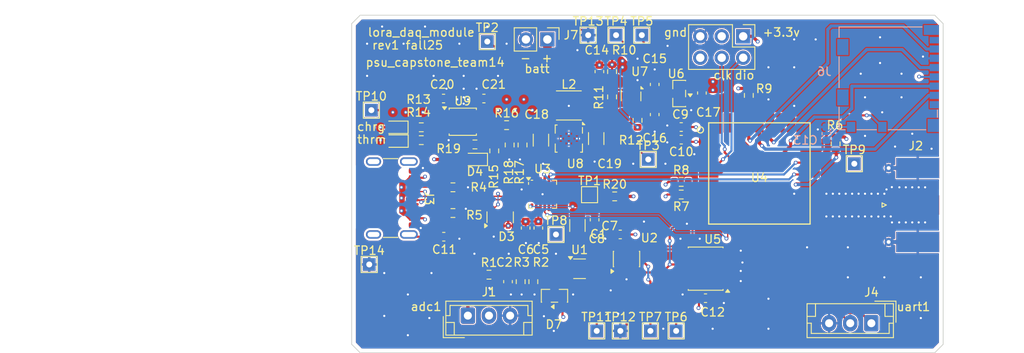
<source format=kicad_pcb>
(kicad_pcb (version 20241229) (generator "pcbnew") (generator_version "9.0")
  (title_block (title "lora daq module") (date "2025-11-13") (rev "rev0") (company "ECE411 2025 Practicum Team 14") (comment 1 "layout by daniel monahan"))
  (layers (0 "F.Cu" signal "Front") (4 "In1.Cu" signal) (6 "In2.Cu" signal) (2 "B.Cu" signal "Back") (13 "F.Paste" user) (15 "B.Paste" user) (5 "F.SilkS" user "F.Silkscreen") (7 "B.SilkS" user "B.Silkscreen") (1 "F.Mask" user) (3 "B.Mask" user) (25 "Edge.Cuts" user))
  (net 0 "")
  (net 1 "GND")
  (net 2 "+3.3V")
  (net 3 "Net-(U1-+)")
  (net 4 "Net-(J2-In)")
  (net 5 "VBUS")
  (net 6 "vreg")
  (net 7 "Net-(J3-SHIELD)")
  (net 8 "Net-(J6-SHIELD)")
  (net 9 "+5V")
  (net 10 "+VBATT")
  (net 11 "+5V_bat")
  (net 12 "D+")
  (net 13 "D-")
  (net 14 "Net-(D4-K)")
  (net 15 "Net-(D5-K)")
  (net 16 "Net-(D6-K)")
  (net 17 "+5VA")
  (net 18 "/adc/sig0+")
  (net 19 "Net-(J3-CC2)")
  (net 20 "Net-(J3-CC1)")
  (net 21 "EXT_RX")
  (net 22 "EXT_TX")
  (net 23 "SWDIO")
  (net 25 "~{RST}")
  (net 26 "SWDCLK")
  (net 27 "SDCS")
  (net 28 "SDDO")
  (net 29 "SDDI")
  (net 31 "SDCLK")
  (net 32 "SDREADY")
  (net 34 "Net-(U8-L2)")
  (net 35 "Net-(U8-L1)")
  (net 36 "Net-(U4-F5{slash}~{RST})")
  (net 37 "SDA")
  (net 38 "SCL")
  (net 39 "Net-(U7-PR1)")
  (net 40 "VBUS_READY")
  (net 41 "Net-(U9-STAT1)")
  (net 42 "Net-(U9-STAT2)")
  (net 43 "Net-(U9-~{PG})")
  (net 44 "Net-(U9-THERM)")
  (net 45 "Net-(R16-Pad2)")
  (net 46 "Net-(U9-PROG)")
  (net 47 "Net-(U1--)")
  (net 50 "ADC_ALRT")
  (net 51 "TX1")
  (net 52 "RX1")
  (net 53 "3V3_EN")
  (net 54 "5V_EN")
  (net 55 "USB_RST")
  (footprint "LED_SMD:LED_0603_1608Metric" (layer "F.Cu") (at 112.839 96.012 180)
    (property "Reference" "D6" (hide yes))
    (property "Value" "Red")
  )
  (footprint "Package_TO_SOT_SMD:SOT-583-8" (layer "F.Cu") (at 140.712 92.224 -90)
    (property "Reference" "U7")
    (property "Value" "TPS2116DRL")
  )
  (footprint "TestPoint:TestPoint_THTPad_1.5x1.5mm_Drill0.7mm" (layer "F.Cu") (at 139.446 120.142)
    (property "Reference" "TP12")
    (property "Value" "tp_siggnd")
  )
  (footprint "Capacitor_SMD:C_1206_3216Metric" (layer "F.Cu") (at 134.366 107.647 -90)
    (property "Reference" "C8")
    (property "Value" "4.7u")
  )
  (footprint "Resistor_SMD:R_0603_1608Metric" (layer "F.Cu") (at 115.887 97.536)
    (property "Reference" "R14")
    (property "Value" "470")
  )
  (footprint "Resistor_SMD:R_0603_1608Metric" (layer "F.Cu") (at 138.466 92.409 -90)
    (property "Reference" "R11")
    (property "Value" "470k")
  )
  (footprint "Resistor_SMD:R_0603_1608Metric" (layer "F.Cu") (at 129.15 114.305 -90)
    (property "Reference" "R2")
    (property "Value" "220k")
  )
  (footprint "TestPoint:TestPoint_THTPad_1.5x1.5mm_Drill0.7mm" (layer "F.Cu") (at 138.938 85.09)
    (property "Reference" "TP4")
    (property "Value" "tp_5v")
  )
  (footprint "Inductor_SMD:L_Coilcraft_LPS3010" (layer "F.Cu") (at 133.35 93.424)
    (property "Reference" "L2")
    (property "Value" "3.3uH")
  )
  (footprint "Resistor_SMD:R_0603_1608Metric" (layer "F.Cu") (at 122.237 98.044)
    (property "Reference" "R19")
    (property "Value" "1k")
  )
  (footprint "Package_SO:MSOP-10_3x3mm_P0.5mm" (layer "F.Cu") (at 120.797 95.353)
    (property "Reference" "U9")
    (property "Value" "MCP73833")
  )
  (footprint "Package_SO:SOIC-8-1EP_3.9x4.9mm_P1.27mm_EP2.29x3mm" (layer "F.Cu") (at 149.544 112.764 180)
    (property "Reference" "U5")
    (property "Value" "CAT24C256")
  )
  (footprint "Package_TO_SOT_SMD:SOT-23" (layer "F.Cu") (at 146.4105 92.009 180)
    (property "Reference" "U6")
    (property "Value" "MCP1700x-330xxTT")
  )
  (footprint "Resistor_SMD:R_0603_1608Metric" (layer "F.Cu") (at 127.8705 98.107 -90)
    (property "Reference" "R17")
    (property "Value" "10k_therm")
  )
  (footprint "Capacitor_SMD:C_0603_1608Metric" (layer "F.Cu") (at 143.51 94.501 -90)
    (property "Reference" "C16")
    (property "Value" "1u")
  )
  (footprint "Capacitor_SMD:C_0603_1608Metric" (layer "F.Cu") (at 146.65 95.98 180)
    (property "Reference" "C9")
    (property "Value" ".1u")
  )
  (footprint "TestPoint:TestPoint_THTPad_1.5x1.5mm_Drill0.7mm" (layer "F.Cu") (at 109.982 93.98)
    (property "Reference" "TP10")
    (property "Value" "tp_vbus")
  )
  (footprint "Capacitor_SMD:C_0603_1608Metric" (layer "F.Cu") (at 126.15 114.305 -90)
    (property "Reference" "C2")
    (property "Value" "47n")
  )
  (footprint "Connector_Coaxial:SMA_Molex_73251-1153_EdgeMount_Horizontal" (layer "F.Cu") (at 172.916205 105.22146 180)
    (property "Reference" "J2")
    (property "Value" "SMA_Edge_50Ω")
  )
  (footprint "Capacitor_SMD:C_0603_1608Metric" (layer "F.Cu") (at 136.398 106.975 -90)
    (property "Reference" "C7")
    (property "Value" ".1u")
  )
  (footprint "TestPoint:TestPoint_Pad_1.5x1.5mm" (layer "F.Cu") (at 135.8 104)
    (property "Reference" "TP1")
    (property "Value" "cp2102_3v3reg")
  )
  (footprint "Resistor_SMD:R_0603_1608Metric" (layer "F.Cu") (at 146.65 103.98 180)
    (property "Reference" "R7")
    (property "Value" "4.7k")
  )
  (footprint "Capacitor_SMD:C_1206_3216Metric" (layer "F.Cu") (at 136.588 97.348 -90)
    (property "Reference" "C19")
    (property "Value" "33u")
  )
  (footprint "Connector_JST:JST_EH_B3B-EH-A_1x03_P2.50mm_Vertical" (layer "F.Cu") (at 169.15 119.23 180)
    (property "Reference" "J4")
    (property "Value" "EXT_UART")
  )
  (footprint "Capacitor_SMD:C_0603_1608Metric" (layer "F.Cu") (at 149.524 116.264)
    (property "Reference" "C12")
    (property "Value" ".1u")
  )
  (footprint "LoRa-E5:LoRa-E5" (layer "F.Cu") (at 155.9 101.48)
    (property "Reference" "U4")
    (property "Value" "Wio-E5_STM32WLE5JC")
  )
  (footprint "Resistor_SMD:R_0603_1608Metric" (layer "F.Cu") (at 123.9 113.48)
    (property "Reference" "R1")
    (property "Value" "47k")
  )
  (footprint "Capacitor_SMD:C_1206_3216Metric" (layer "F.Cu") (at 130.048 97.536 -90)
    (property "Reference" "C18")
    (property "Value" "10u")
  )
  (footprint "Resistor_SMD:R_0603_1608Metric" (layer "F.Cu") (at 164.925 97.98 -90)
    (property "Reference" "R6")
    (property "Value" "4.7k")
  )
  (footprint "Capacitor_SMD:C_0603_1608Metric" (layer "F.Cu") (at 149.098 91.948 -90)
    (property "Reference" "C17")
    (property "Value" "1u")
  )
  (footprint "Connector_JST:JST_EH_B3B-EH-A_1x03_P2.50mm_Vertical" (layer "F.Cu") (at 121.4 118.33)
    (property "Reference" "J1")
    (property "Value" "JST3pinfemale")
  )
  (footprint "TestPoint:TestPoint_THTPad_1.5x1.5mm_Drill0.7mm" (layer "F.Cu") (at 142.748 99.822)
    (property "Reference" "TP3")
    (property "Value" "tp_5vbatt")
  )
  (footprint "Resistor_SMD:R_0603_1608Metric" (layer "F.Cu") (at 154.65 92.23 90)
    (property "Reference" "R9")
    (property "Value" "4.7k")
  )
  (footprint "Package_TO_SOT_SMD:SOT-143" (layer "F.Cu") (at 125.222 106.68 90)
    (property "Reference" "D3")
    (property "Value" "SP0503BAHT")
  )
  (footprint "TestPoint:TestPoint_THTPad_1.5x1.5mm_Drill0.7mm" (layer "F.Cu") (at 109.728 112.268)
    (property "Reference" "TP14")
    (property "Value" "tp_usbgnd")
  )
  (footprint "Capacitor_SMD:C_0603_1608Metric" (layer "F.Cu") (at 118.522 92.603)
    (property "Reference" "C20")
    (property "Value" "1u")
  )
  (footprint "Resistor_SMD:R_0603_1608Metric" (layer "F.Cu") (at 119.634 103.124 180)
    (property "Reference" "R4")
    (property "Value" "5.1k")
  )
  (footprint "TestPoint:TestPoint_THTPad_1.5x1.5mm_Drill0.7mm" (layer "F.Cu") (at 123.698 85.852)
    (property "Reference" "TP2")
    (property "Value" "tp_vbatt")
  )
  (footprint "Package_DFN_QFN:SiliconLabs_QFN-20-1EP_3x3mm_P0.5mm_EP1.8x1.8mm" (layer "F.Cu") (at 130.24 103.944)
    (property "Reference" "U3")
    (property "Value" "CP2102N-Axx-xQFN20")
  )
  (footprint "LED_SMD:LED_0603_1608Metric" (layer "F.Cu") (at 122.237 99.822 180)
    (property "Reference" "D4")
    (property "Value" "Green")
  )
  (footprint "TestPoint:TestPoint_THTPad_1.5x1.5mm_Drill0.7mm" (layer "F.Cu") (at 135.636 85.09)
    (property "Reference" "TP13")
    (property "Value" "tp_batgnd")
  )
  (footprint "TestPoint:TestPoint_THTPad_1.5x1.5mm_Drill0.7mm" (layer "F.Cu") (at 146.05 120.142)
    (property "Reference" "TP6")
    (property "Value" "tp_scl")
  )
  (footprint "Resistor_SMD:R_0603_1608Metric" (layer "F.Cu") (at 115.887 96.012)
    (property "Reference" "R13")
    (property "Value" "470")
  )
  (footprint "Capacitor_SMD:C_0603_1608Metric" (layer "F.Cu") (at 143.51 90.932 90)
    (property "Reference" "C15")
    (property "Value" "1u")
  )
  (footprint "Capacitor_SMD:C_0603_1608Metric" (layer "F.Cu") (at 123.297 92.603 180)
    (property "Reference" "C21")
    (property "Value" "1u")
  )
  (footprint "TestPoint:TestPoint_THTPad_1.5x1.5mm_Drill0.7mm" (layer "F.Cu") (at 131.826 108.712)
    (property "Reference" "TP8")
    (property "Value" "tp_rusb")
  )
  (footprint "Connector_USB:USB_C_Receptacle_GCT_USB4105-xx-A_16P_TopMnt_Horizontal" (layer "F.Cu") (at 111.311 104.392 -90)
    (property "Reference" "J3")
    (property "Value" "USB_C_Receptacle_USB2.0_14P")
  )
  (footprint "Resistor_SMD:R_0603_1608Metric" (layer "F.Cu") (at 146.65 102.48 180)
    (property "Reference" "R8")
    (property "Value" "4.7k")
  )
  (footprint "Capacitor_SMD:C_0603_1608Metric" (layer "F.Cu") (at 128.24 107.948 -90)
    (property "Reference" "C6")
    (property "Value" ".1u")
  )
  (footprint "Package_TO_SOT_SMD:SOT-353_SC-70-5_Handsoldering" (layer "F.Cu") (at 134.62 112.776)
    (property "Reference" "U1")
    (property "Value" "OPA333")
  )
  (footprint "TestPoint:TestPoint_THTPad_1.5x1.5mm_Drill0.7mm" (layer "F.Cu") (at 167.132 100.33)
    (property "Reference" "TP9")
    (property "Value" "tp_rstup")
  )
  (footprint "LED_SMD:LED_0603_1608Metric" (layer "F.Cu") (at 112.856321 97.644041 180)
    (property "Reference" "D5" (hide yes))
    (property "Value" "Yellow")
  )
  (footprint "Resistor_SMD:R_0603_1608Metric" (layer "F.Cu") (at 124.523 98.806 90)
    (property "Reference" "R15")
    (property "Value" "470")
  )
  (footprint "Connector_PinHeader_2.54mm:PinHeader_2x03_P2.54mm_Vertical" (layer "F.Cu") (at 153.98 85.23 -90)
    (property "Reference" "J5" (hide yes))
    (property "Value" "SWD")
  )
  (footprint "Capacitor_SMD:C_0603_1608Metric" (layer "F.Cu") (at 118.55 108.98)
    (property "Reference" "C11")
    (property "Value" "10n")
  )
  (footprint "Resistor_SMD:R_0603_1608Metric" (layer "F.Cu") (at 138.466 89.409 -90)
    (property "Reference" "R10")
    (property "Value" "680k")
  )
  (footprint "Resistor_SMD:R_0603_1608Metric" (layer "F.Cu") (at 126.3465 98.107 90)
    (property "Reference" "R18")
    (property "Value" "150k")
  )
  (footprint "Connector_PinHeader_2.54mm:PinHeader_1x02_P2.54mm_Vertical" (layer "F.Cu") (at 130.81 85.598 -90)
    (property "Reference" "J7")
    (property "Value" "Conn_01x02")
  )
  (footprint "Resistor_SMD:R_0603_1608Metric" (layer "F.Cu") (at 119.634 106.172 180)
    (property "Reference" "R5")
    (property "Value" "5.1k")
  )
  (footprint "Capacitor_SMD:C_0603_1608Metric" (layer "F.Cu") (at 146.65 97.48 180)
    (property "Reference" "C10")
    (property "Value" "1u")
  )
  (footprint "TestPoint:TestPoint_THTPad_1.5x1.5mm_Drill0.7mm" (layer "F.Cu") (at 143.002 120.142)
    (property "Reference" "TP7")
    (property "Value" "tp_sda")
  )
  (footprint "Resistor_SMD:R_0603_1608Metric" (layer "F.Cu") (at 125.984 95.758)
    (property "Reference" "R16")
    (property "Value" "1k")
  )
  (footprint "TestPoint:TestPoint_THTPad_1.5x1.5mm_Drill0.7mm" (layer "F.Cu") (at 141.986 85.09)
    (property "Reference" "TP5")
    (property "Value" "tp_3v3")
  )
  (footprint "Resistor_SMD:R_0603_1608Metric" (layer "F.Cu") (at 127.65 114.305 90)
    (property "Reference" "R3")
    (property "Value" "1k")
  )
  (footprint "Package_TO_SOT_SMD:SOT-23" (layer "F.Cu") (at 131.65 115.98 90)
    (property "Reference" "D7")
    (property "Value" "BAS40-04")
  )
  (footprint "TestPoint:TestPoint_THTPad_1.5x1.5mm_Drill0.7mm" (layer "F.Cu") (at 136.652 120.142)
    (property "Reference" "TP11")
    (property "Value" "tp_sig+")
  )
  (footprint "Package_SON:Texas_DRC0010J_ThermalVias" (layer "F.Cu") (at 133.35 97.349 -90)
    (property "Reference" "U8")
    (property "Value" "TPS63002")
  )
  (footprint "Capacitor_SMD:C_0603_1608Metric" (layer "F.Cu") (at 139.433 108.712)
    (property "Reference" "C1")
    (property "Value" ".1u")
  )
  (footprint "Resistor_SMD:R_0603_1608Metric" (layer "F.Cu") (at 138.775 104.2)
    (property "Reference" "R20")
    (property "Value" "0")
  )
  (footprint "Package_TO_SOT_SMD:SOT-23-6" (layer "F.Cu") (at 140.175 111.6275 90)
    (property "Reference" "U2")
    (property "Value" "ADS1110A0IDBVR")
  )
  (footprint "Capacitor_SMD:C_0603_1608Metric" (layer "F.Cu") (at 136.966 89.409 -90)
    (property "Reference" "C14")
    (property "Value" "47n")
  )
  (footprint "Resistor_SMD:R_0603_1608Metric" (layer "F.Cu") (at 141.478 95.187 90)
    (property "Reference" "R12")
    (property "Value" "4.7k")
  )
  (footprint "Capacitor_SMD:C_0603_1608Metric" (layer "F.Cu") (at 129.74 107.948 -90)
    (property "Reference" "C5")
    (property "Value" "1u")
  )
  (footprint "Connector_Card:microSD_HC_Molex_104031-0811" (layer "B.Cu") (at 171.15 90.23 90)
    (property "Reference" "J6")
    (property "Value" "Micro_SD_Card_Det1")
  )
  (footprint "Capacitor_SMD:C_0603_1608Metric" (layer "B.Cu") (at 163.83 96.761 90)
    (property "Reference" "C13")
    (property "Value" "10n")
  )
  (gr_line (start 177.65 121.73) (end 176.65 122.73) (stroke (width 0.1)) (layer "Edge.Cuts"))
  (gr_line (start 176.65 122.73) (end 108.65 122.73) (stroke (width 0.1)) (layer "Edge.Cuts"))
  (gr_line (start 108.65 82.73) (end 107.65 83.73) (stroke (width 0.1)) (layer "Edge.Cuts"))
  (gr_line (start 176.65 82.73) (end 177.65 83.73) (stroke (width 0.1)) (layer "Edge.Cuts"))
  (gr_line (start 107.65 121.73) (end 108.65 122.73) (stroke (width 0.1)) (layer "Edge.Cuts"))
  (gr_line (start 107.65 83.73) (end 107.65 121.73) (stroke (width 0.1)) (layer "Edge.Cuts"))
  (gr_line (start 176.65 82.73) (end 108.65 82.73) (stroke (width 0.1)) (layer "Edge.Cuts"))
  (gr_line (start 177.65 83.73) (end 177.65 121.73) (stroke (width 0.1)) (layer "Edge.Cuts"))
  (gr_text "adc1" (at 114.554 117.856 0) (layer "F.SilkS") (effects (font (size 1 1)) (justify left bottom)))
  (gr_text "-" (at 127.508 88.392 0) (layer "F.SilkS") (effects (font (size 1 1)) (justify left bottom)))
  (gr_text "dio" (at 152.908 90.424 0) (layer "F.SilkS") (effects (font (size 1 1)) (justify left bottom)))
  (gr_text "uart1" (at 172.06 117.87 0) (layer "F.SilkS") (effects (font (size 1 1)) (justify left bottom)))
  (gr_text "gnd" (at 144.526 85.344 0) (layer "F.SilkS") (effects (font (size 1 1)) (justify left bottom)))
  (gr_text "+" (at 130.048 88.392 0) (layer "F.SilkS") (effects (font (size 1 1)) (justify left bottom)))
  (gr_text "clk" (at 150.368 90.424 0) (layer "F.SilkS") (effects (font (size 1 1)) (justify left bottom)))
  (gr_text "lora_daq_module\n" (at 109.474 85.344 0) (layer "F.SilkS") (effects (font (size 1 1)) (justify left bottom)))
  (gr_text "rev1 fall25" (at 109.982 86.868 0) (layer "F.SilkS") (effects (font (size 1 1)) (justify left bottom)))
  (gr_text "psu_capstone_team14" (at 109.22 88.9 0) (layer "F.SilkS") (effects (font (size 1 1)) (justify left bottom)))
  (gr_text "chrg" (at 108.204 96.52 0) (layer "F.SilkS") (effects (font (size 1 1)) (justify left bottom)))
  (gr_text "+3.3v" (at 156.21 85.344 0) (layer "F.SilkS") (effects (font (size 1 1)) (justify left bottom)))
  (gr_text "batt" (at 128.016 89.662 0) (layer "F.SilkS") (effects (font (size 1 1)) (justify left bottom)))
  (gr_text "thrm" (at 108.204 98.044 0) (layer "F.SilkS") (effects (font (size 1 1)) (justify left bottom)))
  (segment (start 126.15 115.08) (end 126.15 115.482) (width 0.4) (layer "F.Cu") (net 1))
  (segment (start 121.519 92.603) (end 121.412 92.71) (width 0.3) (layer "F.Cu") (net 1))
  (segment (start 141.462 90.44) (end 141.478 90.424) (width 0.254) (layer "F.Cu") (net 1))
  (segment (start 128.69 103.694) (end 129.99 103.694) (width 0.254) (layer "F.Cu") (net 1))
  (segment (start 135.636 85.09) (end 134.993 84.447) (width 0.2) (layer "F.Cu") (net 1))
  (segment (start 133.85 99.099376) (end 134.148624 99.398) (width 0.254) (layer "F.Cu") (net 1))
  (segment (start 139.225 111.42235) (end 140.175 112.37235) (width 0.254) (layer "F.Cu") (net 1))
  (segment (start 138.176 108.712) (end 137.668 109.22) (width 0.254) (layer "F.Cu") (net 1))
  (segment (start 118.6845 96.353) (end 118.6845 97.0945) (width 0.2) (layer "F.Cu") (net 1))
  (segment (start 124.472 108.954) (end 124.46 108.966) (width 0.5) (layer "F.Cu") (net 1))
  (segment (start 153.469 110.859) (end 153.694 110.634) (width 0.254) (layer "F.Cu") (net 1))
  (segment (start 133.85 97.849) (end 133.35 97.349) (width 0.254) (layer "F.Cu") (net 1))
  (segment (start 149.098 92.723) (end 147.584 92.723) (width 0.254) (layer "F.Cu") (net 1))
  (segment (start 118.6845 97.0945) (end 119.634 98.044) (width 0.2) (layer "F.Cu") (net 1))
  (segment (start 133.85 98.749) (end 133.85 99.099376) (width 0.254) (layer "F.Cu") (net 1))
  (segment (start 129.421 84.447) (end 128.27 85.598) (width 0.2) (layer "F.Cu") (net 1))
  (segment (start 124.472 107.68) (end 124.472 108.954) (width 0.5) (layer "F.Cu") (net 1))
  (segment (start 127.8705 98.932) (end 127.8705 99.5225) (width 0.254) (layer "F.Cu") (net 1))
  (segment (start 126.15 115.482) (end 126.492 115.824) (width 0.4) (layer "F.Cu") (net 1))
  (segment (start 159.65 95.48) (end 159.65 93.842) (width 0.254) (layer "F.Cu") (net 1))
  (segment (start 121.412 98.044) (end 121.412 97.536) (width 0.5) (layer "F.Cu") (net 1))
  (segment (start 115.466 107.592) (end 115.824 107.95) (width 0.254) (layer "F.Cu") (net 1))
  (segment (start 129.74 109.674) (end 129.794 109.728) (width 0.5) (layer "F.Cu") (net 1))
  (segment (start 129.74 108.723) (end 129.74 109.674) (width 0.5) (layer "F.Cu") (net 1))
  (segment (start 145.875 95.98) (end 145.18 95.98) (width 0.254) (layer "F.Cu") (net 1))
  (segment (start 152.019 110.859) (end 153.469 110.859) (width 0.254) (layer "F.Cu") (net 1))
  (segment (start 152.019 112.129) (end 153.799 112.129) (width 0.254) (layer "F.Cu") (net 1))
  (segment (start 127.65 115.712) (end 127.762 115.824) (width 0.4) (layer "F.Cu") (net 1))
  (segment (start 120.156 108.98) (end 120.396 109.22) (width 0.5) (layer "F.Cu") (net 1))
  (segment (start 115.724 101.192) (end 116.078 100.838) (width 0.254) (layer "F.Cu") (net 1))
  (segment (start 133.85 98.749) (end 133.85 97.849) (width 0.254) (layer "F.Cu") (net 1))
  (segment (start 134.148624 99.398) (end 136.013 99.398) (width 0.254) (layer "F.Cu") (net 1))
  (segment (start 114.991 101.192) (end 115.724 101.192) (width 0.254) (layer "F.Cu") (net 1))
  (segment (start 149.9 98.98) (end 148.42 98.98) (width 0.254) (layer "F.Cu") (net 1))
  (segment (start 141.462 91.484) (end 141.462 90.44) (width 0.254) (layer "F.Cu") (net 1))
  (segment (start 140.175 119.413) (end 139.446 120.142) (width 0.254) (layer "F.Cu") (net 1))
  (segment (start 120.65 106.172) (end 121.158 105.664) (width 0.5) (layer "F.Cu") (net 1))
  (segment (start 130.048 100.076) (end 130.302 100.33) (width 0.254) (layer "F.Cu") (net 1))
  (segment (start 138.658 108.712) (end 138.176 108.712) (width 0.254) (layer "F.Cu") (net 1))
  (segment (start 152.019 113.399) (end 153.329 113.399) (width 0.254) (layer "F.Cu") (net 1))
  (segment (start 147.348 92.959) (end 147.348 93.5) (width 0.254) (layer "F.Cu") (net 1))
  (segment (start 140.175 112.37235) (end 140.175 112.765) (width 0.254) (layer "F.Cu") (net 1))
  (segment (start 139.225 110.49) (end 139.225 111.42235) (width 0.254) (layer "F.Cu") (net 1))
  (segment (start 145.32 97.48) (end 145 97.8) (width 0.254) (layer "F.Cu") (net 1))
  (segment (start 120.459 106.172) (end 120.65 106.172) (width 0.5) (layer "F.Cu") (net 1))
  (segment (start 120.459 103.124) (end 121.412 103.124) (width 0.5) (layer "F.Cu") (net 1))
  (segment (start 140.175 112.765) (end 140.175 114.0275) (width 0.254) (layer "F.Cu") (net 1))
  (segment (start 152.019 114.669) (end 153.259 114.669) (width 0.254) (layer "F.Cu") (net 1))
  (segment (start 136.588 99.886) (end 136.398 100.076) (width 0.254) (layer "F.Cu") (net 1))
  (segment (start 150.299 116.264) (end 151.124 116.264) (width 0.254) (layer "F.Cu") (net 1))
  (segment (start 120.904 97.028) (end 120.904 93.218) (width 0.5) (layer "F.Cu") (net 1))
  (segment (start 159.65 93.842) (end 160.02 93.472) (width 0.254) (layer "F.Cu") (net 1))
  (segment (start 127.8705 99.5225) (end 127.571 99.822) (width 0.254) (layer "F.Cu") (net 1))
  (segment (start 151.124 116.264) (end 151.694 116.834) (width 0.254) (layer "F.Cu") (net 1))
  (segment (start 129.15 115.13) (end 129.15 115.688) (width 0.4) (layer "F.Cu") (net 1))
  (segment (start 130.048 99.011) (end 130.048 100.076) (width 0.254) (layer "F.Cu") (net 1))
  (segment (start 143.51 95.276) (end 143.51 96.52) (width 0.254) (layer "F.Cu") (net 1))
  (segment (start 114.991 107.592) (end 115.466 107.592) (width 0.254) (layer "F.Cu") (net 1))
  (segment (start 148.42 98.98) (end 148.2 99.2) (width 0.254) (layer "F.Cu") (net 1))
  (segment (start 130.7 116.9175) (end 130.7 118.1) (width 0.254) (layer "F.Cu") (net 1))
  (segment (start 119.325 108.98) (end 120.156 108.98) (width 0.5) (layer "F.Cu") (net 1))
  (segment (start 133.35 95.949) (end 133.35 93.472) (width 0.254) (layer "F.Cu") (net 1))
  (segment (start 136.588 98.823) (end 136.588 99.886) (width 0.254) (layer "F.Cu") (net 1))
  (segment (start 134.993 84.447) (end 129.421 84.447) (width 0.2) (layer "F.Cu") (net 1))
  (segment (start 145.18 95.98) (end 145 95.8) (width 0.254) (layer "F.Cu") (net 1))
  (segment (start 128.078 103.694) (end 127.762 103.378) (width 0.254) (layer "F.Cu") (net 1))
  (segment (start 161.806 103.886) (end 161.9 103.98) (width 0.38) (layer "F.Cu") (net 1))
  (segment (start 143.51 90.157) (end 143.51 89.154) (width 0.254) (layer "F.Cu") (net 1))
  (segment (start 136.013 99.398) (end 136.588 98.823) (width 0.254) (layer "F.Cu") (net 1))
  (segment (start 128.69 103.694) (end 128.078 103.694) (width 0.254) (layer "F.Cu") (net 1))
  (segment (start 140.175 112.765) (end 140.175 119.413) (width 0.254) (layer "F.Cu") (net 1))
  (segment (start 127.65 115.13) (end 127.65 115.712) (width 0.4) (layer "F.Cu") (net 1))
  (segment (start 160.02 103.886) (end 161.806 103.886) (width 0.38) (layer "F.Cu") (net 1))
  (segment (start 147.348 93.5) (end 147.828 93.98) (width 0.254) (layer "F.Cu") (net 1))
  (segment (start 129.15 115.688) (end 129.286 115.824) (width 0.4) (layer "F.Cu") (net 1))
  (segment (start 128.24 108.723) (end 128.24 109.698) (width 0.5) (layer "F.Cu") (net 1))
  (segment (start 119.297 92.603) (end 120.035 92.603) (width 0.3) (layer "F.Cu") (net 1))
  (segment (start 130.7 118.1) (end 130.4 118.4) (width 0.254) (layer "F.Cu") (net 1))
  (segment (start 128.24 109.698) (end 128.27 109.728) (width 0.5) (layer "F.Cu") (net 1))
  (segment (start 153.259 114.669) (end 153.694 114.234) (width 0.254) (layer "F.Cu") (net 1))
  (segment (start 153.329 113.399) (end 153.694 113.034) (width 0.254) (layer "F.Cu") (net 1))
  (segment (start 122.522 92.603) (end 121.519 92.603) (width 0.3) (layer "F.Cu") (net 1))
  (segment (start 119.634 98.044) (end 121.412 98.044) (width 0.2) (layer "F.Cu") (net 1))
  (segment (start 120.035 92.603) (end 120.142 92.71) (width 0.3) (layer "F.Cu") (net 1))
  (segment (start 147.584 92.723) (end 147.348 92.959) (width 0.254) (layer "F.Cu") (net 1))
  (segment (start 126.3465 99.7765) (end 126.301 99.822) (width 0.254) (layer "F.Cu") (net 1))
  (segment (start 126.3465 98.932) (end 126.3465 99.7765) (width 0.254) (layer "F.Cu") (net 1))
  (segment (start 129.99 103.694) (end 130.24 103.944) (width 0.254) (layer "F.Cu") (net 1))
  (segment (start 121.412 97.536) (end 120.904 97.028) (width 0.5) (layer "F.Cu") (net 1))
  (segment (start 145.875 97.48) (end 145.32 97.48) (width 0.254) (layer "F.Cu") (net 1))
  (via (at 167.634583 106.576779) (size 0.4572) (drill 0.254) (layers "F.Cu" "B.Cu") (net 1))
  (via (at 116.84 118.618) (size 0.4572) (drill 0.254) (layers "F.Cu" "B.Cu") (net 1))
  (via (at 171.445429 106.576779) (size 0.4572) (drill 0.254) (layers "F.Cu" "B.Cu") (net 1))
  (via (at 117.348 89.916) (size 0.4572) (drill 0.254) (layers "F.Cu" "B.Cu") (net 1))
  (via (at 146.812 115.824) (size 0.4572) (drill 0.254) (layers "F.Cu" "B.Cu") (net 1))
  (via (at 169.926 103.886) (size 0.4572) (drill 0.254) (layers "F.Cu" "B.Cu") (net 1))
  (via (at 171.592138 107.284829) (size 0.4572) (drill 0.254) (layers "F.Cu" "B.Cu") (net 1))
  (via (at 137.668 109.22) (size 0.4572) (drill 0.254) (layers "F.Cu" "B.Cu") (net 1))
  (via (at 170.688 113.792) (size 0.4572) (drill 0.254) (layers "F.Cu" "B.Cu") (net 1))
  (via (at 133.35 93.472) (size 0.4572) (drill 0.254) (layers "F.Cu" "B.Cu") (net 1))
  (via (at 117.094 113.284) (size 0.4572) (drill 0.254) (layers "F.Cu" "B.Cu") (net 1))
  (via (at 162.56 85.598) (size 0.4572) (drill 0.254) (layers "F.Cu" "B.Cu") (net 1))
  (via (at 126.492 115.824) (size 0.4572) (drill 0.254) (layers "F.Cu" "B.Cu") (net 1))
  (via (at 175.26 87.63) (size 0.4572) (drill 0.254) (layers "F.Cu" "B.Cu") (net 1))
  (via (at 123.698 84.074) (size 0.4572) (drill 0.254) (layers "F.Cu" "B.Cu") (net 1))
  (via (at 120.396 86.106) (size 0.4572) (drill 0.254) (layers "F.Cu" "B.Cu") (net 1))
  (via (at 111.506 118.364) (size 0.4572) (drill 0.254) (layers "F.Cu" "B.Cu") (net 1))
  (via (at 131.826 110.998) (size 0.4572) (drill 0.254) (layers "F.Cu" "B.Cu") (net 1))
  (via (at 168.402 97.028) (size 0.4572) (drill 0.254) (layers "F.Cu" "B.Cu") (net 1))
  (via (at 127.571 99.822) (size 0.4572) (drill 0.254) (layers "F.Cu" "B.Cu") (net 1))
  (via (at 156.972 92.71) (size 0.4572) (drill 0.254) (layers "F.Cu" "B.Cu") (net 1))
  (via (at 144.78 100.33) (size 0.4572) (drill 0.254) (layers "F.Cu" "B.Cu") (net 1))
  (via (at 176.276 98.552) (size 0.4572) (drill 0.254) (layers "F.Cu" "B.Cu") (net 1))
  (via (at 174.752 103.124) (size 0.4572) (drill 0.254) (layers "F.Cu" "B.Cu") (net 1))
  (via (at 140.97 100.33) (size 0.4572) (drill 0.254) (layers "F.Cu" "B.Cu") (net 1))
  (via (at 143.51 96.52) (size 0.4572) (drill 0.254) (layers "F.Cu" "B.Cu") (net 1))
  (via (at 140.175 114.0275) (size 0.4572) (drill 0.254) (layers "F.Cu" "B.Cu") (net 1))
  (via (at 171.575847 103.101135) (size 0.4572) (drill 0.254) (layers "F.Cu" "B.Cu") (net 1))
  (via (at 118.872 91.44) (size 0.4572) (drill 0.254) (layers "F.Cu" "B.Cu") (net 1))
  (via (at 127.762 115.824) (size 0.4572) (drill 0.254) (layers "F.Cu" "B.Cu") (net 1))
  (via (at 167.639154 103.886) (size 0.4572) (drill 0.254) (layers "F.Cu" "B.Cu") (net 1))
  (via (at 131.572 120.142) (size 0.4572) (drill 0.254) (layers "F.Cu" "B.Cu") (net 1))
  (via (at 165.348583 106.576779) (size 0.4572) (drill 0.254) (layers "F.Cu" "B.Cu") (net 1))
  (via (at 116.332 84.074) (size 0.4572) (drill 0.254) (layers "F.Cu" "B.Cu") (net 1))
  (via (at 122.174 110.998) (size 0.4572) (drill 0.254) (layers "F.Cu" "B.Cu") (net 1))
  (via (at 153.694 110.634) (size 0.4572) (drill 0.254) (layers "F.Cu" "B.Cu") (net 1))
  (via (at 164.587429 106.576779) (size 0.4572) (drill 0.254) (layers "F.Cu" "B.Cu") (net 1))
  (via (at 169.164 103.886) (size 0.4572) (drill 0.254) (layers "F.Cu" "B.Cu") (net 1))
  (via (at 166.872583 106.576779) (size 0.4572) (drill 0.254) (layers "F.Cu" "B.Cu") (net 1))
  (via (at 160.02 85.598) (size 0.4572) (drill 0.254) (layers "F.Cu" "B.Cu") (net 1))
  (via (at 170.683429 106.576779) (size 0.4572) (drill 0.254) (layers "F.Cu" "B.Cu") (net 1))
  (via (at 145 95.8) (size 0.4572) (drill 0.254) (layers "F.Cu" "B.Cu") (net 1))
  (via (at 174.752 107.282803) (size 0.4572) (drill 0.254) (layers "F.Cu" "B.Cu") (net 1))
  (via (at 172.466 103.124) (size 0.4572) (drill 0.254) (layers "F.Cu" "B.Cu") (net 1))
  (via (at 122.428 91.44) (size 0.4572) (drill 0.254) (layers "F.Cu" "B.Cu") (net 1))
  (via (at 128.27 109.728) (size 0.4572) (drill 0.254) (layers "F.Cu" "B.Cu") (net 1))
  (via (at 156.972 88.9) (size 0.4572) (drill 0.254) (layers "F.Cu" "B.Cu") (net 1))
  (via (at 170.688 103.886) (size 0.4572) (drill 0.254) (layers "F.Cu" "B.Cu") (net 1))
  (via (at 163.83 103.886) (size 0.4572) (drill 0.254) (layers "F.Cu" "B.Cu") (net 1))
  (via (at 170.942 103.378) (size 0.4572) (drill 0.254) (layers "F.Cu" "B.Cu") (net 1))
  (via (at 120.904 89.916) (size 0.4572) (drill 0.254) (layers "F.Cu" "B.Cu") (net 1))
  (via (at 124.46 108.966) (size 0.4572) (drill 0.254) (layers "F.Cu" "B.Cu") (net 1))
  (via (at 170.434 94.234) (size 0.4572) (drill 0.254) (layers "F.Cu" "B.Cu") (net 1))
  (via (at 111.506 113.284) (size 0.4572) (drill 0.254) (layers "F.Cu" "B.Cu") (net 1))
  (via (at 127.762 103.378) (size 0.4572) (drill 0.254) (layers "F.Cu" "B.Cu") (net 1))
  (via (at 160.02 103.886) (size 0.4572) (drill 0.254) (layers "F.Cu" "B.Cu") (net 1))
  (via (at 119.126 97.536) (size 0.4572) (drill 0.254) (layers "F.Cu" "B.Cu") (net 1))
  (via (at 166.877154 103.886) (size 0.4572) (drill 0.254) (layers "F.Cu" "B.Cu") (net 1))
  (via (at 173.228 103.124) (size 0.4572) (drill 0.254) (layers "F.Cu" "B.Cu") (net 1))
  (via (at 153.694 113.034) (size 0.4572) (drill 0.254) (layers "F.Cu" "B.Cu") (net 1))
  (via (at 130.4 118.4) (size 0.4572) (drill 0.254) (layers "F.Cu" "B.Cu") (net 1))
  (via (at 130.302 100.33) (size 0.4572) (drill 0.254) (layers "F.Cu" "B.Cu") (net 1))
  (via (at 166.115154 103.886) (size 0.4572) (drill 0.254) (layers "F.Cu" "B.Cu") (net 1))
  (via (at 145 97.8) (size 0.4572) (drill 0.254) (layers "F.Cu" "B.Cu") (net 1))
  (via (at 170.18 85.344) (size 0.4572) (drill 0.254) (layers "F.Cu" "B.Cu") (net 1))
  (via (at 133.858 115.824) (size 0.4572) (drill 0.254) (layers "F.Cu" "B.Cu") (net 1))
  (via (at 120.904 92.456) (size 0.4572) (drill 0.254) (layers "F.Cu" "B.Cu") (net 1))
  (via (at 126.238 110.998) (size 0.4572) (drill 0.254) (layers "F.Cu" "B.Cu") (net 1))
  (via (at 175.514 107.282803) (size 0.4572) (drill 0.254) (layers "F.Cu" "B.Cu") (net 1))
  (via (at 134.366 86.868) (size 0.4572) (drill 0.254) (layers "F.Cu" "B.Cu") (net 1))
  (via (at 113.792 86.106) (size 0.4572) (drill 0.254) (layers "F.Cu" "B.Cu") (net 1))
  (via (at 116.078 100.838) (size 0.4572) (drill 0.254) (layers "F.Cu" "B.Cu") (net 1))
  (via (at 148.2 99.2) (size 0.4572) (drill 0.254) (layers "F.Cu" "B.Cu") (net 1))
  (via (at 123.952 115.062) (size 0.4572) (drill 0.254) (layers "F.Cu" "B.Cu") (net 1))
  (via (at 166.110583 106.576779) (size 0.4572) (drill 0.254) (layers "F.Cu" "B.Cu") (net 1))
  (via (at 126.301 99.822) (size 0.4572) (drill 0.254) (layers "F.Cu" "B.Cu") (net 1))
  (via (at 153.894 112.034) (size 0.4572) (drill 0.254) (layers "F.Cu" "B.Cu") (net 1))
  (via (at 129.286 115.824) (size 0.4572) (drill 0.254) (layers "F.Cu" "B.Cu") (net 1))
  (via (at 175.006 118.618) (size 0.4572) (drill 0.254) (layers "F.Cu" "B.Cu") (net 1))
  (via (at 142.24 107.188) (size 0.4572) (drill 0.254) (layers "F.Cu" "B.Cu") (net 1))
  (via (at 120.904 93.218) (size 0.4572) (drill 0.254) (layers "F.Cu" "B.Cu") (net 1))
  (via (at 156.972 119.888) (size 0.4572) (drill 0.254) (layers "F.Cu" "B.Cu") (net 1))
  (via (at 173.99 107.282803) (size 0.4572) (drill 0.254) (layers "F.Cu" "B.Cu") (net 1))
  (via (at 141.478 90.424) (size 0.4572) (drill 0.254) (layers "F.Cu" "B.Cu") (net 1))
  (via (at 114.3 120.65) (size 0.4572) (drill 0.254) (layers "F.Cu" "B.Cu") (net 1))
  (via (at 173.99 103.124) (size 0.4572) (drill 0.254) (layers "F.Cu" "B.Cu") (net 1))
  (via (at 164.592 103.886) (size 0.4572) (drill 0.254) (layers "F.Cu" "B.Cu") (net 1))
  (via (at 165.353154 103.886) (size 0.4572) (drill 0.254) (layers "F.Cu" "B.Cu") (net 1))
  (via (at 172.445107 107.282803) (size 0.4572) (drill 0.254) (layers "F.Cu" "B.Cu") (net 1))
  (via (at 172.72 89.662) (size 0.4572) (drill 0.254) (layers "F.Cu" "B.Cu") (net 1))
  (via (at 147.32 107.442) (size 0.4572) (drill 0.254) (layers "F.Cu" "B.Cu") (net 1))
  (via (at 169.158583 106.576779) (size 0.4572) (drill 0.254) (layers "F.Cu" "B.Cu") (net 1))
  (via (at 169.97567 106.589417) (size 0.4572) (drill 0.254) (layers "F.Cu" "B.Cu") (net 1))
  (via (at 153.694 114.234) (size 0.4572) (drill 0.254) (layers "F.Cu" "B.Cu") (net 1))
  (via (at 120.396 109.22) (size 0.4572) (drill 0.254) (layers "F.Cu" "B.Cu") (net 1))
  (via (at 121.412 92.71) (size 0.4572) (drill 0.254) (layers "F.Cu" "B.Cu") (net 1))
  (via (at 120.904 91.44) (size 0.4572) (drill 0.254) (layers "F.Cu" "B.Cu") (net 1))
  (via (at 111.252 84.074) (size 0.4572) (drill 0.254) (layers "F.Cu" "B.Cu") (net 1))
  (via (at 172.72 92.456) (size 0.4572) (drill 0.254) (layers "F.Cu" "B.Cu") (net 1))
  (via (at 170.18 88.392) (size 0.4572) (drill 0.254) (layers "F.Cu" "B.Cu") (net 1))
  (via (at 129.794 109.728) (size 0.4572) (drill 0.254) (layers "F.Cu" "B.Cu") (net 1))
  (via (at 138.303 115.34015) (size 0.4572) (drill 0.254) (layers "F.Cu" "B.Cu") (net 1))
  (via (at 160.02 93.472) (size 0.4572) (drill 0.254) (layers "F.Cu" "B.Cu") (net 1))
  (via (at 161.544 110.236) (size 0.4572) (drill 0.254) (layers "F.Cu" "B.Cu") (net 1))
  (via (at 148.844 109.22) (size 0.4572) (drill 0.254) (layers "F.Cu" "B.Cu") (net 1))
  (via (at 168.396583 106.576779) (size 0.4572) (drill 0.254) (layers "F.Cu" "B.Cu") (net 1))
  (via (at 167.894 89.662) (size 0.4572) (drill 0.254) (layers "F.Cu" "B.Cu") (net 1))
  (via (at 150.368 119.888) (size 0.4572) (drill 0.254) (layers "F.Cu" "B.Cu") (net 1))
  (via (at 109.474 89.916) (size 0.4572) (drill 0.254) (layers "F.Cu" "B.Cu") (net 1))
  (via (at 121.412 103.124) (size 0.4572) (drill 0.254) (layers "F.Cu" "B.Cu") (net 1))
  (via (at 166.37 113.792) (size 0.4572) (drill 0.254) (layers "F.Cu" "B.Cu") (net 1))
  (via (at 147.828 93.98) (size 0.4572) (drill 0.254) (layers "F.Cu" "B.Cu") (net 1))
  (via (at 156.972 116.332) (size 0.4572) (drill 0.254) (layers "F.Cu" "B.Cu") (net 1))
  (via (at 141.478 87.884) (size 0.4572) (drill 0.254) (layers "F.Cu" "B.Cu") (net 1))
  (via (at 120.142 92.71) (size 0.4572) (drill 0.254) (layers "F.Cu" "B.Cu") (net 1))
  (via (at 173.228 107.282803) (size 0.4572) (drill 0.254) (layers "F.Cu" "B.Cu") (net 1))
  (via (at 144.526 119.888) (size 0.4572) (drill 0.254) (layers "F.Cu" "B.Cu") (net 1))
  (via (at 109.474 86.106) (size 0.4572) (drill 0.254) (layers "F.Cu" "B.Cu") (net 1))
  (via (at 146.558 109.22) (size 0.4572) (drill 0.254) (layers "F.Cu" "B.Cu") (net 1))
  (via (at 175.006 113.792) (size 0.4572) (drill 0.254) (layers "F.Cu" "B.Cu") (net 1))
  (via (at 136.398 100.076) (size 0.4572) (drill 0.254) (layers "F.Cu" "B.Cu") (net 1))
  (via (at 168.402 92.456) (size 0.4572) (drill 0.254) (layers "F.Cu" "B.Cu") (net 1))
  (via (at 139.192 118.11) (size 0.4572) (drill 0.254) (layers "F.Cu" "B.Cu") (net 1))
  (via (at 173.99 96.774) (size 0.4572) (drill 0.254) (layers "F.Cu" "B.Cu") (net 1))
  (via (at 171.958 98.298) (size 0.4572) (drill 0.254) (layers "F.Cu" "B.Cu") (net 1))
  (via (at 162.814 96.266) (size 0.4572) (drill 0.254) (layers "F.Cu" "B.Cu") (net 1))
  (via (at 115.824 107.95) (size 0.4572) (drill 0.254) (layers "F.Cu" "B.Cu") (net 1))
  (via (at 124.968 89.916) (size 0.4572) (drill 0.254) (layers "F.Cu" "B.Cu") (net 1))
  (via (at 130.24 103.944) (size 0.4572) (drill 0.254) (layers "F.Cu" "B.Cu") (net 1))
  (via (at 151.694 116.834) (size 0.4572) (drill 0.254) (layers "F.Cu" "B.Cu") (net 1))
  (via (at 166.37 110.236) (size 0.4572) (drill 0.254) (layers "F.Cu" "B.Cu") (net 1))
  (via (at 175.514 103.124) (size 0.4572) (drill 0.254) (layers "F.Cu" "B.Cu") (net 1))
  (via (at 163.825429 106.576779) (size 0.4572) (drill 0.254) (layers "F.Cu" "B.Cu") (net 1))
  (via (at 168.402 103.886) (size 0.4572) (drill 0.254) (layers "F.Cu" "B.Cu") (net 1))
  (via (at 145.034 86.36) (size 0.4572) (drill 0.254) (layers "F.Cu" "B.Cu") (net 1))
  (via (at 121.158 105.664) (size 0.4572) (drill 0.254) (layers "F.Cu" "B.Cu") (net 1))
  (via (at 160.02 88.9) (size 0.4572) (drill 0.254) (layers "F.Cu" "B.Cu") (net 1))
  (via (at 114.3 115.824) (size 0.4572) (drill 0.254) (layers "F.Cu" "B.Cu") (net 1))
  (via (at 143.51 89.154) (size 0.4572) (drill 0.254) (layers "F.Cu" "B.Cu") (net 1))
  (via (at 125.984 86.106) (size 0.4572) (drill 0.254) (layers "F.Cu" "B.Cu") (net 1))
  (segment (start 163.094 95.986) (end 162.814 96.266) (width 0.254) (layer "B.Cu") (net 1))
  (segment (start 175.465 87.835) (end 175.26 87.63) (width 0.254) (layer "B.Cu") (net 1))
  (segment (start 163.83 95.986) (end 163.094 95.986) (width 0.254) (layer "B.Cu") (net 1))
  (segment (start 176.6 87.835) (end 175.465 87.835) (width 0.254) (layer "B.Cu") (net 1))
  (segment (start 139.6 104.2) (end 141 104.2) (width 0.38) (layer "F.Cu") (net 2))
  (segment (start 145.12 102.48) (end 144.8 102.8) (width 0.254) (layer "F.Cu") (net 2))
  (segment (start 164.925 97.155) (end 165.955 97.155) (width 0.38) (layer "F.Cu") (net 2))
  (segment (start 148.749 116.264) (end 148.749 117.379) (width 0.254) (layer "F.Cu") (net 2))
  (segment (start 140.175 110.49) (end 140.175 108.745) (width 0.254) (layer "F.Cu") (net 2))
  (segment (start 145.02 103.98) (end 144.8 104.2) (width 0.254) (layer "F.Cu") (net 2))
  (segment (start 147.154 114.669) (end 148.749 116.264) (width 0.254) (layer "F.Cu") (net 2))
  (segment (start 148.4 97.73) (end 147.675 97.73) (width 0.254) (layer "F.Cu") (net 2))
  (segment (start 147.425 95.98) (end 148.38 95.98) (width 0.254) (layer "F.Cu") (net 2))
  (segment (start 147.675 97.73) (end 147.425 97.48) (width 0.254) (layer "F.Cu") (net 2))
  (segment (start 141.986 85.09) (end 141.986 85.697) (width 0.2) (layer "F.Cu") (net 2))
  (segment (start 132.7 118.5) (end 132.6 118.4) (width 0.254) (layer "F.Cu") (net 2))
  (segment (start 154.65 91.405) (end 153.405 91.405) (width 0.38) (layer "F.Cu") (net 2))
  (segment (start 155.08 85.23) (end 155.702 85.852) (width 0.38) (layer "F.Cu") (net 2))
  (segment (start 148.749 117.379) (end 148.694 117.434) (width 0.254) (layer "F.Cu") (net 2))
  (segment (start 147.425 97.48) (end 147.425 95.98) (width 0.254) (layer "F.Cu") (net 2))
  (segment (start 145.825 102.48) (end 145.12 102.48) (width 0.254) (layer "F.Cu") (net 2))
  (segment (start 165.955 97.155) (end 166.2 97.4) (width 0.38) (layer "F.Cu") (net 2))
  (segment (start 140.208 108.712) (end 141.224 108.712) (width 0.254) (layer "F.Cu") (net 2))
  (segment (start 149.9 97.73) (end 148.4 97.73) (width 0.254) (layer "F.Cu") (net 2))
  (segment (start 148.984 91.059) (end 149.098 91.173) (width 0.254) (layer "F.Cu") (net 2))
  (segment (start 145.825 103.98) (end 145.02 103.98) (width 0.254) (layer "F.Cu") (net 2))
  (segment (start 141.986 85.697) (end 147.348 91.059) (width 0.2) (layer "F.Cu") (net 2))
  (segment (start 140.175 108.745) (end 140.208 108.712) (width 0.254) (layer "F.Cu") (net 2))
  (segment (start 132.6 118.4) (end 132.6 116.9175) (width 0.254) (layer "F.Cu") (net 2))
  (segment (start 153.98 85.23) (end 155.08 85.23) (width 0.38) (layer "F.Cu") (net 2))
  (segment (start 147.348 91.059) (end 148.984 91.059) (width 0.254) (layer "F.Cu") (net 2))
  (segment (start 148.38 95.98) (end 148.4 96) (width 0.254) (layer "F.Cu") (net 2))
  (segment (start 153.405 91.405) (end 153.4 91.4) (width 0.38) (layer "F.Cu") (net 2))
  (segment (start 147.069 114.669) (end 147.154 114.669) (width 0.254) (layer "F.Cu") (net 2))
  (via (at 148.4 97.73) (size 0.4572) (drill 0.254) (layers "F.Cu" "B.Cu") (net 2))
  (via (at 144.8 104.2) (size 0.4572) (drill 0.254) (layers "F.Cu" "B.Cu") (net 2))
  (via (at 155.702 85.852) (size 0.4572) (drill 0.254) (layers "F.Cu" "B.Cu") (net 2))
  (via (at 132.7 118.5) (size 0.4572) (drill 0.254) (layers "F.Cu" "B.Cu") (net 2))
  (via (at 141 104.2) (size 0.4572) (drill 0.254) (layers "F.Cu" "B.Cu") (net 2))
  (via (at 153.4 91.4) (size 0.4572) (drill 0.254) (layers "F.Cu" "B.Cu") (net 2))
  (via (at 150.4 90.6) (size 0.4572) (drill 0.254) (layers "F.Cu" "B.Cu") (net 2))
  (via (at 148.694 117.434) (size 0.4572) (drill 0.254) (layers "F.Cu" "B.Cu") (net 2))
  (via (at 148.4 96) (size 0.4572) (drill 0.254) (layers "F.Cu" "B.Cu") (net 2))
  (via (at 150.4 91.6) (size 0.4572) (drill 0.254) (layers "F.Cu" "B.Cu") (net 2))
  (via (at 144.8 102.8) (size 0.4572) (drill 0.254) (layers "F.Cu" "B.Cu") (net 2))
  (via (at 141.224 108.712) (size 0.4572) (drill 0.254) (layers "F.Cu" "B.Cu") (net 2))
  (via (at 174.8 90) (size 0.4572) (drill 0.254) (layers "F.Cu" "B.Cu") (net 2))
  (via (at 166.2 97.4) (size 0.4572) (drill 0.254) (layers "F.Cu" "B.Cu") (net 2))
  (segment (start 176.6 90.035) (end 174.835 90.035) (width 0.254) (layer "B.Cu") (net 2))
  (segment (start 174.835 90.035) (end 174.8 90) (width 0.254) (layer "B.Cu") (net 2))
  (segment (start 126.2 113.48) (end 126.15 113.53) (width 0.4) (layer "F.Cu") (net 3))
  (segment (start 129.598 113.48) (end 129.652 113.426) (width 0.4) (layer "F.Cu") (net 3))
  (segment (start 131.826 113.426) (end 133.29 113.426) (width 0.4) (layer "F.Cu") (net 3))
  (segment (start 127.65 113.48) (end 129.15 113.48) (width 0.4) (layer "F.Cu") (net 3))
  (segment (start 131.65 115.0425) (end 131.65 113.602) (width 0.4) (layer "F.Cu") (net 3))
  (segment (start 131.65 113.602) (end 131.826 113.426) (width 0.4) (layer "F.Cu") (net 3))
  (segment (start 129.15 113.48) (end 129.598 113.48) (width 0.4) (layer "F.Cu") (net 3))
  (segment (start 126.1 113.48) (end 126.15 113.53) (width 0.4) (layer "F.Cu") (net 3))
  (segment (start 129.652 113.426) (end 133.29 113.426) (width 0.4) (layer "F.Cu") (net 3))
  (segment (start 127.65 113.48) (end 126.2 113.48) (width 0.4) (layer "F.Cu") (net 3))
  (segment (start 124.725 113.48) (end 126.1 113.48) (width 0.4) (layer "F.Cu") (net 3))
  (segment (start 161.9 105.23) (end 174.627665 105.23) (width 0.4362) (layer "F.Cu") (net 4))
  (segment (start 174.627665 105.23) (end 174.636205 105.22146) (width 0.127) (layer "F.Cu") (net 4))
  (segment (start 174.062745 105.156) (end 174.636205 105.72946) (width 0.38) (layer "F.Cu") (net 4))
  (segment (start 114.991 101.992) (end 116.194 101.992) (width 0.254) (layer "F.Cu") (net 5))
  (segment (start 117.422 99.822) (end 117.4 99.8) (width 0.38) (layer "F.Cu") (net 5))
  (segment (start 139.7 88.9) (end 140.462 89.662) (width 0.254) (layer "F.Cu") (net 5))
  (segment (start 128.24 107.173) (end 129.74 107.173) (width 0.1524) (layer "F.Cu") (net 5))
  (segment (start 114.493992 101.992) (end 114.991 101.992) (width 0.254) (layer "F.Cu") (net 5))
  (segment (start 113.538 102.947992) (end 114.493992 101.992) (width 0.254) (layer "F.Cu") (net 5))
  (segment (start 114.425849 106.792) (end 113.544925 105.911075) (width 0.254) (layer "F.Cu") (net 5))
  (segment (start 113.544925 105.911075) (end 113.538 105.904151) (width 0.254) (layer "F.Cu") (net 5))
  (segment (start 136.966 88.634) (end 138.416 88.634) (width 0.254) (layer "F.Cu") (net 5))
  (segment (start 140.462 89.662) (end 140.462 91.484) (width 0.254) (layer "F.Cu") (net 5))
  (segment (start 116.19 106.792) (end 116.332 106.934) (width 0.254) (layer "F.Cu") (net 5))
  (segment (start 139.254 88.584) (end 139.7 88.138) (width 0.254) (layer "F.Cu") (net 5))
  (segment (start 113.538 105.904151) (end 113.538 104.394) (width 0.254) (layer "F.Cu") (net 5))
  (segment (start 138.466 88.584) (end 139.254 88.584) (width 0.254) (layer "F.Cu") (net 5))
  (segment (start 114.991 106.792) (end 116.19 106.792) (width 0.254) (layer "F.Cu") (net 5))
  (segment (start 139.384 88.584) (end 139.7 88.9) (width 0.254) (layer "F.Cu") (net 5))
  (segment (start 116.194 101.992) (end 116.332 101.854) (width 0.254) (layer "F.Cu") (net 5))
  (segment (start 138.416 88.634) (end 138.466 88.584) (width 0.254) (layer "F.Cu") (net 5))
  (segment (start 112.0515 96.012) (end 111.061 96.012) (width 0.254) (layer "F.Cu") (net 5))
  (segment (start 121.4495 99.822) (end 117.422 99.822) (width 0.38) (layer "F.Cu") (net 5))
  (segment (start 138.466 88.584) (end 139.384 88.584) (width 0.254) (layer "F.Cu") (net 5))
  (segment (start 113.538 103.124) (end 113.538 102.947992) (width 0.254) (layer "F.Cu") (net 5))
  (segment (start 113.538 104.394) (end 113.538 103.124) (width 0.254) (layer "F.Cu") (net 5))
  (segment (start 140.462 91.904958) (end 140.462 91.484) (width 0.254) (layer "F.Cu") (net 5))
  (segment (start 114.991 106.792) (end 114.425849 106.792) (width 0.254) (layer "F.Cu") (net 5))
  (segment (start 112.0515 97.536) (end 111.061 97.536) (width 0.254) (layer "F.Cu") (net 5))
  (segment (start 139.962 92.964) (end 139.962 92.404958) (width 0.254) (layer "F.Cu") (net 5))
  (segment (start 139.962 92.404958) (end 140.462 91.904958) (width 0.254) (layer "F.Cu") (net 5))
  (via (at 136.966 88.634) (size 0.4572) (drill 0.254) (layers "F.Cu" "B.Cu") (net 5))
  (via (at 117.4 99.8) (size 0.4572) (drill 0.254) (layers "F.Cu" "B.Cu") (net 5))
  (via (at 141.478 96.012) (size 0.4572) (drill 0.254) (layers "F.Cu" "B.Cu") (net 5))
  (via (at 116.332 101.854) (size 0.4572) (drill 0.254) (layers "F.Cu" "B.Cu") (net 5))
  (via (at 111.061 97.536) (size 0.4572) (drill 0.254) (layers "F.Cu" "B.Cu") (net 5))
  (via (at 113.544925 105.911075) (size 0.4572) (drill 0.254) (layers "F.Cu" "B.Cu") (net 5))
  (via (at 126.172 107.68) (size 0.4572) (drill 0.254) (layers "F.Cu" "B.Cu") (net 5))
  (via (at 138.466 88.584) (size 0.4572) (drill 0.254) (layers "F.Cu" "B.Cu") (net 5))
  (via (at 139.7 88.138) (size 0.4572) (drill 0.254) (layers "F.Cu" "B.Cu") (net 5))
  (via (at 129.74 107.173) (size 0.4572) (drill 0.254) (layers "F.Cu" "B.Cu") (net 5))
  (via (at 112.522 94.234) (size 0.4572) (drill 0.254) (layers "F.Cu" "B.Cu") (net 5))
  (via (at 111.061 96.012) (size 0.4572) (drill 0.254) (layers "F.Cu" "B.Cu") (net 5))
  (via (at 128.24 107.173) (size 0.4572) (drill 0.254) (layers "F.Cu" "B.Cu") (net 5))
  (via (at 113.538 104.394) (size 0.4572) (drill 0.254) (layers "F.Cu" "B.Cu") (net 5))
  (via (at 116.332 106.934) (size 0.4572) (drill 0.254) (layers "F.Cu" "B.Cu") (net 5))
  (via (at 113.538 103.124) (size 0.4572) (drill 0.254) (layers "F.Cu" "B.Cu") (net 5))
  (via (at 114.046 94.234) (size 0.4572) (drill 0.254) (layers "F.Cu" "B.Cu") (net 5))
  (via (at 139.7 88.9) (size 0.4572) (drill 0.254) (layers "F.Cu" "B.Cu") (net 5))
  (via (at 116.078 94.234) (size 0.4572) (drill 0.254) (layers "F.Cu" "B.Cu") (net 5))
  (segment (start 139.446 89.154) (end 139.7 88.9) (width 0.254) (layer "B.Cu") (net 5))
  (segment (start 141.478 96.012) (end 139.446 93.98) (width 0.254) (layer "B.Cu") (net 5))
  (segment (start 139.446 93.98) (end 139.446 89.154) (width 0.254) (layer "B.Cu") (net 5))
  (segment (start 136 104.2) (end 135.8 104) (width 0.38) (layer "F.Cu") (net 6))
  (segment (start 133.8 105.606) (end 134.366 106.172) (width 0.127) (layer "F.Cu") (net 6))
  (segment (start 137.95 104.2) (end 136 104.2) (width 0.38) (layer "F.Cu") (net 6))
  (segment (start 128.99 105.194) (end 128.99 105.198) (width 0.1524) (layer "F.Cu") (net 6))
  (segment (start 133.8 105.4) (end 133.8 105.606) (width 0.127) (layer "F.Cu") (net 6))
  (via (at 128.8 105.4) (size 0.4572) (drill 0.254) (layers "F.Cu" "B.Cu") (net 6))
  (via (at 133.8 105.4) (size 0.4572) (drill 0.254) (layers "F.Cu" "B.Cu") (net 6))
  (segment (start 128.8 105.4) (end 133.8 105.4) (width 0.127) (layer "B.Cu") (net 6))
  (segment (start 114.684 108.98) (end 114.416 108.712) (width 0.25) (layer "F.Cu") (net 7))
  (segment (start 117.775 108.98) (end 114.684 108.98) (width 0.25) (layer "F.Cu") (net 7))
  (segment (start 166.75 95.97) (end 165.396 95.97) (width 0.254) (layer "B.Cu") (net 8))
  (segment (start 165.396 95.97) (end 163.83 97.536) (width 0.254) (layer "B.Cu") (net 8))
  (segment (start 140.962 92.202) (end 142.494 92.202) (width 0.254) (layer "F.Cu") (net 9))
  (segment (start 142.494 90.650868) (end 142.494 92.202) (width 0.2) (layer "F.Cu") (net 9))
  (segment (start 142.494 92.202) (end 143.015 92.202) (width 0.254) (layer "F.Cu") (net 9))
  (segment (start 143.51 91.707) (end 143.51 93.726) (width 0.254) (layer "F.Cu") (net 9))
  (segment (start 140.92 89.076868) (end 142.494 90.650868) (width 0.2) (layer "F.Cu") (net 9))
  (segment (start 140.962 92.202) (end 140.962 92.964) (width 0.254) (layer "F.Cu") (net 9))
  (segment (start 143.015 92.202) (end 143.51 91.707) (width 0.254) (layer "F.Cu") (net 9))
  (segment (start 138.938 85.09) (end 140.92 87.072) (width 0.2) (layer "F.Cu") (net 9))
  (segment (start 140.92 87.072) (end 140.92 89.076868) (width 0.2) (layer "F.Cu") (net 9))
  (segment (start 143.812 92.009) (end 143.51 91.707) (width 0.254) (layer "F.Cu") (net 9))
  (segment (start 140.962 91.484) (end 140.962 92.202) (width 0.254) (layer "F.Cu") (net 9))
  (segment (start 145.473 92.009) (end 143.812 92.009) (width 0.254) (layer "F.Cu") (net 9))
  (segment (start 128.778 90.678) (end 128.778 91.948) (width 0.2) (layer "F.Cu") (net 10))
  (segment (start 130.874 98.108) (end 130.944342 98.108) (width 0.254) (layer "F.Cu") (net 10))
  (segment (start 128.778 91.948) (end 128.016 92.71) (width 1) (layer "F.Cu") (net 10))
  (segment (start 130.048 96.061) (end 130.048 97.282) (width 0.254) (layer "F.Cu") (net 10))
  (segment (start 132.35 95.949) (end 130.16 95.949) (width 0.254) (layer "F.Cu") (net 10))
  (segment (start 132.35 98.749) (end 132.85 98.749) (width 0.254) (layer "F.Cu") (net 10))
  (segment (start 131.515 98.749) (end 132.35 98.749) (width 0.254) (layer "F.Cu") (net 10))
  (segment (start 130.16 95.949) (end 130.048 96.061) (width 0.254) (layer "F.Cu") (net 10))
  (segment (start 130.81 89.916) (end 128.778 91.948) (width 1) (layer "F.Cu") (net 10))
  (segment (start 131.276 98.51) (end 131.515 98.749) (width 0.254) (layer "F.Cu") (net 10))
  (segment (start 123.952 85.852) (end 128.778 90.678) (width 0.2) (layer "F.Cu") (net 10))
  (segment (start 123.698 85.852) (end 123.952 85.852) (width 0.2) (layer "F.Cu") (net 10))
  (segment (start 130.048 97.282) (end 130.874 98.108) (width 0.254) (layer "F.Cu") (net 10))
  (segment (start 130.81 85.598) (end 130.81 89.916) (width 1) (layer "F.Cu") (net 10))
  (segment (start 131.276 98.439658) (end 131.276 98.51) (width 0.254) (layer "F.Cu") (net 10))
  (segment (start 132.85 98.749) (end 133.35 98.749) (width 0.254) (layer "F.Cu") (net 10))
  (segment (start 130.944342 98.108) (end 131.276 98.439658) (width 0.254) (layer "F.Cu") (net 10))
  (via (at 124.968 93.98) (size 0.4572) (drill 0.254) (layers "F.Cu" "B.Cu") (net 10))
  (via (at 127 93.98) (size 0.4572) (drill 0.254) (layers "F.Cu" "B.Cu") (net 10))
  (via (at 129.032 93.98) (size 0.4572) (drill 0.254) (layers "F.Cu" "B.Cu") (net 10))
  (via (at 128.016 92.71) (size 0.4572) (drill 0.254) (layers "F.Cu" "B.Cu") (net 10))
  (via (at 125.984 92.71) (size 0.4572) (drill 0.254) (layers "F.Cu" "B.Cu") (net 10))
  (segment (start 134.804 98.749) (end 136.588 96.965) (width 0.254) (layer "F.Cu") (net 11))
  (segment (start 136.588 96.965) (end 136.588 95.873) (width 0.254) (layer "F.Cu") (net 11))
  (segment (start 134.35 95.949) (end 136.512 95.949) (width 0.254) (layer "F.Cu") (net 11))
  (segment (start 136.588 95.873) (end 137.973958 95.873) (width 0.254) (layer "F.Cu") (net 11))
  (segment (start 140.462 93.384958) (end 140.462 92.964) (width 0.254) (layer "F.Cu") (net 11))
  (segment (start 138.513479 95.587479) (end 138.513479 95.333479) (width 0.2) (layer "F.Cu") (net 11))
  (segment (start 137.973958 95.873) (end 138.513479 95.333479) (width 0.254) (layer "F.Cu") (net 11))
  (segment (start 134.35 98.749) (end 134.804 98.749) (width 0.254) (layer "F.Cu") (net 11))
  (segment (start 136.512 95.949) (end 136.588 95.873) (width 0.254) (layer "F.Cu") (net 11))
  (segment (start 142.748 99.822) (end 138.513479 95.587479) (width 0.2) (layer "F.Cu") (net 11))
  (segment (start 138.513479 95.333479) (end 140.462 93.384958) (width 0.254) (layer "F.Cu") (net 11))
  (segment (start 128.3412 104.2428) (end 128.39 104.194) (width 0.1524) (layer "F.Cu") (net 12))
  (segment (start 128.053672 104.1908) (end 128.105672 104.2428) (width 0.1524) (layer "F.Cu") (net 12))
  (segment (start 114.1388 104.419036) (end 114.1388 104.864964) (width 0.1524) (layer "F.Cu") (net 12))
  (segment (start 126.292 104.194) (end 128.69 104.194) (width 0.127) (layer "F.Cu") (net 12))
  (segment (start 128.39 104.194) (end 128.69 104.194) (width 0.1524) (layer "F.Cu") (net 12))
  (segment (start 124.968 103.9368) (end 125.222 104.1908) (width 0.127) (layer "F.Cu") (net 12))
  (segment (start 114.991 104.142) (end 115.853501 104.142) (width 0.1524) (layer "F.Cu") (net 12))
  (segment (start 114.415836 105.142) (end 114.991 105.142) (width 0.1524) (layer "F.Cu") (net 12))
  (segment (start 114.415836 104.142) (end 114.1388 104.419036) (width 0.1524) (layer "F.Cu") (net 12))
  (segment (start 114.1388 104.864964) (end 114.415836 105.142) (width 0.1524) (layer "F.Cu") (net 12))
  (segment (start 126.2888 104.1908) (end 126.292 104.194) (width 0.127) (layer "F.Cu") (net 12))
  (segment (start 115.902301 104.1908) (end 128.053672 104.1908) (width 0.1524) (layer "F.Cu") (net 12))
  (segment (start 124.968 103.886) (end 124.968 103.9368) (width 0.127) (layer "F.Cu") (net 12))
  (segment (start 115.853501 104.142) (end 115.902301 104.1908) (width 0.1524) (layer "F.Cu") (net 12))
  (segment (start 124.272 105.68) (end 124.444 105.68) (width 0.127) (layer "F.Cu") (net 12))
  (segment (start 114.991 104.142) (end 114.415836 104.142) (width 0.1524) (layer "F.Cu") (net 12))
  (segment (start 128.105672 104.2428) (end 128.3412 104.2428) (width 0.1524) (layer "F.Cu") (net 12))
  (segment (start 125.222 104.1908) (end 126.2888 104.1908) (width 0.127) (layer "F.Cu") (net 12))
  (segment (start 124.444 105.68) (end 124.968 105.156) (width 0.127) (layer "F.Cu") (net 12))
  (via (at 124.968 103.886) (size 0.4572) (drill 0.254) (layers "F.Cu" "B.Cu") (net 12))
  (via (at 124.968 105.156) (size 0.4572) (drill 0.254) (layers "F.Cu" "B.Cu") (net 12))
  (segment (start 124.968 103.886) (end 124.968 105.156) (width 0.127) (layer "B.Cu") (net 12))
  (segment (start 115.853501 104.642) (end 115.902301 104.5932) (width 0.1524) (layer "F.Cu") (net 13))
  (segment (start 114.991 104.642) (end 115.853501 104.642) (width 0.1524) (layer "F.Cu") (net 13))
  (segment (start 126.172 105.68) (end 126.172 105.1672) (width 0.127) (layer "F.Cu") (net 13))
  (segment (start 126.172 105.1672) (end 126.746 104.5932) (width 0.127) (layer "F.Cu") (net 13))
  (segment (start 114.991 104.642) (end 115.641304 104.642) (width 0.1524) (layer "F.Cu") (net 13))
  (segment (start 128.39 104.694) (end 128.69 104.694) (width 0.1524) (layer "F.Cu") (net 13))
  (segment (start 116.332 103.632) (end 115.001 103.632) (width 0.1524) (layer "F.Cu") (net 13))
  (segment (start 127.951682 104.6452) (end 128.3412 104.6452) (width 0.1524) (layer "F.Cu") (net 13))
  (segment (start 127.899682 104.5932) (end 127.951682 104.6452) (width 0.1524) (layer "F.Cu") (net 13))
  (segment (start 115.001 103.632) (end 114.991 103.642) (width 0.1524) (layer "F.Cu") (net 13))
  (segment (start 115.902301 104.5932) (end 126.746 104.5932) (width 0.1524) (layer "F.Cu") (net 13))
  (segment (start 128.3412 104.6452) (end 128.39 104.694) (width 0.1524) (layer "F.Cu") (net 13))
  (segment (start 126.746 104.5932) (end 127.899682 104.5932) (width 0.1524) (layer "F.Cu") (net 13))
  (segment (start 115.641304 104.642) (end 115.881358 104.882054) (width 0.1524) (layer "F.Cu") (net 13))
  (via (at 115.881358 104.882054) (size 0.4572) (drill 0.254) (layers "F.Cu" "B.Cu") (net 13))
  (via (at 116.332 103.632) (size 0.4572) (drill 0.254) (layers "F.Cu" "B.Cu") (net 13))
  (segment (start 116.097946 104.882054) (end 116.332 104.648) (width 0.1524) (layer "B.Cu") (net 13))
  (segment (start 116.332 104.648) (end 116.332 103.632) (width 0.1524) (layer "B.Cu") (net 13))
  (segment (start 115.881358 104.882054) (end 116.097946 104.882054) (width 0.1524) (layer "B.Cu") (net 13))
  (segment (start 123.2155 99.631) (end 123.0245 99.822) (width 0.2) (layer "F.Cu") (net 14))
  (segment (start 124.523 99.631) (end 123.2155 99.631) (width 0.2) (layer "F.Cu") (net 14))
  (segment (start 113.6265 97.536) (end 115.062 97.536) (width 0.2) (layer "F.Cu") (net 15))
  (segment (start 115.062 96.012) (end 113.6265 96.012) (width 0.2) (layer "F.Cu") (net 16))
  (segment (start 121.4 118.33) (end 121.4 115.155) (width 0.4) (layer "F.Cu") (net 18))
  (segment (start 121.4 115.155) (end 123.075 113.48) (width 0.4) (layer "F.Cu") (net 18))
  (segment (start 114.991 106.142) (end 118.779 106.142) (width 0.1524) (layer "F.Cu") (net 19))
  (segment (start 118.779 106.142) (end 118.809 106.172) (width 0.1524) (layer "F.Cu") (net 19))
  (segment (start 115.0352 103.0978) (end 114.991 103.142) (width 0.1524) (layer "F.Cu") (net 20))
  (segment (start 118.809 103.124) (end 118.7828 103.0978) (width 0.1524) (layer "F.Cu") (net 20))
  (segment (start 118.7828 103.0978) (end 115.0352 103.0978) (width 0.1524) (layer "F.Cu") (net 20))
  (segment (start 153.4 108.884) (end 162.443 117.927) (width 0.254) (layer "F.Cu") (net 21))
  (segment (start 165.347 117.927) (end 166.65 119.23) (width 0.254) (layer "F.Cu") (net 21))
  (segment (start 162.443 117.927) (end 165.347 117.927) (width 0.254) (layer "F.Cu") (net 21))
  (segment (start 153.4 107.48) (end 153.4 108.884) (width 0.254) (layer "F.Cu") (net 21))
  (segment (start 166.65 118.35) (end 166.65 119.23) (width 0.38) (layer "B.Cu") (net 21))
  (segment (start 162.86 117.094) (end 167.014 117.094) (width 0.254) (layer "F.Cu") (net 22))
  (segment (start 167.014 117.094) (end 169.15 119.23) (width 0.254) (layer "F.Cu") (net 22))
  (segment (start 154.65 107.48) (end 154.65 108.884) (width 0.254) (layer "F.Cu") (net 22))
  (segment (start 154.65 108.884) (end 162.86 117.094) (width 0.254) (layer "F.Cu") (net 22))
  (segment (start 169.15 118.55) (end 169.15 119.23) (width 0.38) (layer "B.Cu") (net 22))
  (segment (start 151.17 100.23) (end 151.6 99.8) (width 0.254) (layer "F.Cu") (net 23))
  (segment (start 149.9 100.23) (end 151.17 100.23) (width 0.254) (layer "F.Cu") (net 23))
  (via (at 151.6 99.8) (size 0.4572) (drill 0.254) (layers "F.Cu" "B.Cu") (net 23))
  (segment (start 152.6 89.15) (end 153.98 87.77) (width 0.254) (layer "B.Cu") (net 23))
  (segment (start 151.6 99.8) (end 152.6 98.8) (width 0.254) (layer "B.Cu") (net 23))
  (segment (start 152.6 98.8) (end 152.6 89.15) (width 0.254) (layer "B.Cu") (net 23))
  (segment (start 152.6 100.184) (end 152.6 99.8) (width 0.254) (layer "F.Cu") (net 26))
  (segment (start 151.304 101.48) (end 152.6 100.184) (width 0.254) (layer "F.Cu") (net 26))
  (segment (start 151.8 99) (end 151.8 98.6) (width 0.254) (layer "F.Cu") (net 26))
  (segment (start 149.9 101.48) (end 151.304 101.48) (width 0.254) (layer "F.Cu") (net 26))
  (segment (start 152.6 99.8) (end 151.8 99) (width 0.254) (layer "F.Cu") (net 26))
  (via (at 151.8 98.6) (size 0.4572) (drill 0.254) (layers "F.Cu" "B.Cu") (net 26))
  (segment (start 151.44 97.84) (end 151.44 87.77) (width 0.254) (layer "B.Cu") (net 26))
  (segment (start 151.8 98.2) (end 151.44 97.84) (width 0.254) (layer "B.Cu") (net 26))
  (segment (start 151.8 98.6) (end 151.8 98.2) (width 0.254) (layer "B.Cu") (net 26))
  (segment (start 155.9 97.9) (end 156.2 98.2) (width 0.38) (layer "F.Cu") (net 27))
  (segment (start 155.9 95.48) (end 155.9 97.9) (width 0.38) (layer "F.Cu") (net 27))
  (via (at 156.2 98.2) (size 0.4572) (drill 0.254) (layers "F.Cu" "B.Cu") (net 27))
  (segment (start 156.6 98.6) (end 169.578 98.6) (width 0.38) (layer "B.Cu") (net 27))
  (segment (start 175.943 92.235) (end 176.6 92.235) (width 0.38) (layer "B.Cu") (net 27))
  (segment (start 169.578 98.6) (end 175.943 92.235) (width 0.38) (layer "B.Cu") (net 27))
  (segment (start 156.2 98.2) (end 156.6 98.6) (width 0.38) (layer "B.Cu") (net 27))
  (segment (start 154.65 97.45) (end 154.8 97.6) (width 0.38) (layer "F.Cu") (net 28))
  (segment (start 154.65 95.48) (end 154.65 97.45) (width 0.38) (layer "F.Cu") (net 28))
  (segment (start 154.65 93.055) (end 154.65 95.48) (width 0.38) (layer "F.Cu") (net 28))
  (via (at 154.8 97.6) (size 0.4572) (drill 0.254) (layers "F.Cu" "B.Cu") (net 28))
  (segment (start 164 84.4) (end 164.4 84) (width 0.38) (layer "B.Cu") (net 28))
  (segment (start 172.935 84) (end 175.67 86.735) (width 0.38) (layer "B.Cu") (net 28))
  (segment (start 154.8 97.6) (end 164 88.4) (width 0.38) (layer "B.Cu") (net 28))
  (segment (start 175.67 86.735) (end 176.6 86.735) (width 0.38) (layer "B.Cu") (net 28))
  (segment (start 164.4 84) (end 172.935 84) (width 0.38) (layer "B.Cu") (net 28))
  (segment (start 164 88.4) (end 164 84.4) (width 0.38) (layer "B.Cu") (net 28))
  (segment (start 158.4 99.4) (end 159.6 98.2) (width 0.38) (layer "F.Cu") (net 29))
  (segment (start 159.6 98.2) (end 159.6 97.6) (width 0.38) (layer "F.Cu") (net 29))
  (segment (start 153.4 95.48) (end 153.4 97.116411) (width 0.38) (layer "F.Cu") (net 29))
  (segment (start 155.683589 99.4) (end 158.4 99.4) (width 0.38) (layer "F.Cu") (net 29))
  (segment (start 153.4 97.116411) (end 155.683589 99.4) (width 0.38) (layer "F.Cu") (net 29))
  (via (at 159.6 97.6) (size 0.4572) (drill 0.254) (layers "F.Cu" "B.Cu") (net 29))
  (segment (start 159.6 97.6) (end 162.4 94.8) (width 0.38) (layer "B.Cu") (net 29))
  (segment (start 166.789 93.811) (end 166.841 93.811) (width 0.38) (layer "B.Cu") (net 29))
  (segment (start 166.841 91.135) (end 176.6 91.135) (width 0.38) (layer "B.Cu") (net 29))
  (segment (start 165.8 94.8) (end 166.789 93.811) (width 0.38) (layer "B.Cu") (net 29))
  (segment (start 166.841 93.811) (end 166.841 91.135) (width 0.38) (layer "B.Cu") (net 29))
  (segment (start 162.4 94.8) (end 165.8 94.8) (width 0.38) (layer "B.Cu") (net 29))
  (segment (start 157.15 95.48) (end 157.15 97.35) (width 0.38) (layer "F.Cu") (net 31))
  (segment (start 157.15 97.35) (end 157.6 97.8) (width 0.38) (layer "F.Cu") (net 31))
  (via (at 157.6 97.8) (size 0.4572) (drill 0.254) (layers "F.Cu" "B.Cu") (net 31))
  (segment (start 157.6 97.8) (end 168.6 86.8) (width 0.38) (layer "B.Cu") (net 31))
  (segment (start 172.8 86.8) (end 174.935 88.935) (width 0.38) (layer "B.Cu") (net 31))
  (segment (start 174.935 88.935) (end 176.6 88.935) (width 0.38) (layer "B.Cu") (net 31))
  (segment (start 168.6 86.8) (end 172.8 86.8) (width 0.38) (layer "B.Cu") (net 31))
  (segment (start 162.956 98.98) (end 163.378 98.558) (width 0.254) (layer "F.Cu") (net 32))
  (segment (start 163.378 97.474754) (end 166.252754 94.6) (width 0.254) (layer "F.Cu") (net 32))
  (segment (start 163.378 98.558) (end 163.378 97.474754) (width 0.254) (layer "F.Cu") (net 32))
  (segment (start 166.252754 94.6) (end 168.6 94.6) (width 0.254) (layer "F.Cu") (net 32))
  (segment (start 161.9 98.98) (end 162.956 98.98) (width 0.254) (layer "F.Cu") (net 32))
  (via (at 168.6 94.6) (size 0.4572) (drill 0.254) (layers "F.Cu" "B.Cu") (net 32))
  (segment (start 169.08 94.6) (end 170.45 95.97) (width 0.254) (layer "B.Cu") (net 32))
  (segment (start 168.6 94.6) (end 169.08 94.6) (width 0.254) (layer "B.Cu") (net 32))
  (segment (start 133.85 95.949) (end 133.85 94.194) (width 0.254) (layer "F.Cu") (net 34))
  (segment (start 133.85 94.194) (end 134.62 93.424) (width 0.254) (layer "F.Cu") (net 34))
  (segment (start 132.85 94.194) (end 132.08 93.424) (width 0.254) (layer "F.Cu") (net 35))
  (segment (start 132.85 95.949) (end 132.85 94.194) (width 0.254) (layer "F.Cu") (net 35))
  (segment (start 160.27 102.73) (end 160.2 102.8) (width 0.38) (layer "F.Cu") (net 36))
  (segment (start 161.9 102.73) (end 160.27 102.73) (width 0.38) (layer "F.Cu") (net 36))
  (segment (start 165 99.6) (end 165 98.88) (width 0.38) (layer "F.Cu") (net 36))
  (segment (start 165 98.88) (end 164.925 98.805) (width 0.38) (layer "F.Cu") (net 36))
  (via (at 165 99.6) (size 0.4572) (drill 0.254) (layers "F.Cu" "B.Cu") (net 36))
  (via (at 160.2 102.8) (size 0.4572) (drill 0.254) (layers "F.Cu" "B.Cu") (net 36))
  (segment (start 161.8 102.8) (end 165 99.6) (width 0.38) (layer "B.Cu") (net 36))
  (segment (start 160.2 102.8) (end 161.8 102.8) (width 0.38) (layer "B.Cu") (net 36))
  (segment (start 149.9 103.98) (end 147.475 103.98) (width 0.254) (layer "F.Cu") (net 37))
  (segment (start 143.002 114.3) (end 143.002 120.142) (width 0.254) (layer "F.Cu") (net 37))
  (segment (start 147.069 110.859) (end 146.7 110.49) (width 0.254) (layer "F.Cu") (net 37))
  (segment (start 142.748 114.046) (end 143.002 114.3) (width 0.254) (layer "F.Cu") (net 37))
  (segment (start 146.7 110.49) (end 141.125 110.49) (width 0.254) (layer "F.Cu") (net 37))
  (segment (start 147.985 109.943) (end 147.069 110.859) (width 0.254) (layer "F.Cu") (net 37))
  (segment (start 141.125 110.49) (end 141.125 110.899) (width 0.254) (layer "F.Cu") (net 37))
  (segment (start 147.475 103.98) (end 147.475 104.525) (width 0.254) (layer "F.Cu") (net 37))
  (segment (start 141.125 110.899) (end 142.748 112.522) (width 0.254) (layer "F.Cu") (net 37))
  (segment (start 147.475 103.98) (end 147.985 104.49) (width 0.254) (layer "F.Cu") (net 37))
  (segment (start 147.985 104.49) (end 147.985 109.943) (width 0.254) (layer "F.Cu") (net 37))
  (via (at 142.748 112.522) (size 0.4572) (drill 0.254) (layers "F.Cu" "B.Cu") (net 37))
  (via (at 142.748 114.046) (size 0.4572) (drill 0.254) (layers "F.Cu" "B.Cu") (net 37))
  (segment (start 142.748 112.522) (end 142.748 114.046) (width 0.254) (layer "B.Cu") (net 37))
  (segment (start 146.93 112.268) (end 147.069 112.129) (width 0.254) (layer "F.Cu") (net 38))
  (segment (start 146.747 106.825685) (end 145.288 108.284685) (width 0.254) (layer "F.Cu") (net 38))
  (segment (start 147.725 102.73) (end 147.475 102.48) (width 0.254) (layer "F.Cu") (net 38))
  (segment (start 141.5725 113.2125) (end 141.125 112.765) (width 0.254) (layer "F.Cu") (net 38))
  (segment (start 149.9 102.73) (end 147.725 102.73) (width 0.254) (layer "F.Cu") (net 38))
  (segment (start 144.018 113.538) (end 144.018 115.57) (width 0.254) (layer "F.Cu") (net 38))
  (segment (start 144.417315 113.2125) (end 144.3435 113.2125) (width 0.254) (layer "F.Cu") (net 38))
  (segment (start 145.288 112.268) (end 145.288 112.341815) (width 0.254) (layer "F.Cu") (net 38))
  (segment (start 144.3435 113.2125) (end 144.018 113.538) (width 0.254) (layer "F.Cu") (net 38))
  (segment (start 146.747 103.208) (end 146.747 106.825685) (width 0.254) (layer "F.Cu") (net 38))
  (segment (start 144.417315 113.2125) (end 141.5725 113.2125) (width 0.254) (layer "F.Cu") (net 38))
  (segment (start 145.288 108.284685) (end 145.288 109.474) (width 0.254) (layer "F.Cu") (net 38))
  (segment (start 145.288 112.268) (end 146.93 112.268) (width 0.254) (layer "F.Cu") (net 38))
  (segment (start 147.475 102.48) (end 146.747 103.208) (width 0.254) (layer "F.Cu") (net 38))
  (segment (start 146.974 112.034) (end 147.069 112.129) (width 0.254) (layer "F.Cu") (net 38))
  (segment (start 146.05 117.602) (end 146.05 120.142) (width 0.254) (layer "F.Cu") (net 38))
  (segment (start 145.288 112.341815) (end 144.417315 113.2125) (width 0.254) (layer "F.Cu") (net 38))
  (segment (start 147.475 102.48) (end 147.475 102.725) (width 0.254) (layer "F.Cu") (net 38))
  (segment (start 144.018 115.57) (end 146.05 117.602) (width 0.254) (layer "F.Cu") (net 38))
  (via (at 145.288 112.268) (size 0.4572) (drill 0.254) (layers "F.Cu" "B.Cu") (net 38))
  (via (at 145.288 109.474) (size 0.4572) (drill 0.254) (layers "F.Cu" "B.Cu") (net 38))
  (segment (start 145.288 109.474) (end 145.288 112.268) (width 0.254) (layer "B.Cu") (net 38))
  (segment (start 138.466 91.584) (end 139.862 91.584) (width 0.254) (layer "F.Cu") (net 39))
  (segment (start 138.466 91.584) (end 138.466 90.234) (width 0.254) (layer "F.Cu") (net 39))
  (segment (start 139.862 91.584) (end 139.962 91.484) (width 0.254) (layer "F.Cu") (net 39))
  (segment (start 141.462 94.346) (end 141.478 94.362) (width 0.254) (layer "F.Cu") (net 40))
  (segment (start 141.462 92.964) (end 141.462 94.346) (width 0.254) (layer "F.Cu") (net 40))
  (segment (start 116.712 96.012) (end 117.371 95.353) (width 0.2) (layer "F.Cu") (net 41))
  (segment (start 117.371 95.353) (end 118.6845 95.353) (width 0.2) (layer "F.Cu") (net 41))
  (segment (start 117.411 96.837) (end 117.411 96.502064) (width 0.2) (layer "F.Cu") (net 42))
  (segment (start 117.411 96.502064) (end 117.413 96.500064) (width 0.2) (layer "F.Cu") (net 42))
  (segment (start 117.820152 95.853) (end 118.6845 95.853) (width 0.2) (layer "F.Cu") (net 42))
  (segment (start 117.413 96.264) (end 117.571 96.106) (width 0.2) (layer "F.Cu") (net 42))
  (segment (start 116.712 97.536) (end 117.411 96.837) (width 0.2) (layer "F.Cu") (net 42))
  (segment (start 117.571 96.102152) (end 117.820152 95.853) (width 0.2) (layer "F.Cu") (net 42))
  (segment (start 117.413 96.500064) (end 117.413 96.264) (width 0.2) (layer "F.Cu") (net 42))
  (segment (start 117.571 96.106) (end 117.571 96.102152) (width 0.2) (layer "F.Cu") (net 42))
  (segment (start 123.773848 95.853) (end 124.523 96.602152) (width 0.2) (layer "F.Cu") (net 43))
  (segment (start 124.523 96.602152) (end 124.523 97.981) (width 0.2) (layer "F.Cu") (net 43))
  (segment (start 122.9095 95.853) (end 123.773848 95.853) (width 0.2) (layer "F.Cu") (net 43))
  (segment (start 122.9095 95.353) (end 124.754 95.353) (width 0.2) (layer "F.Cu") (net 44))
  (segment (start 124.754 95.353) (end 125.159 95.758) (width 0.2) (layer "F.Cu") (net 44))
  (segment (start 126.809 95.758) (end 126.809 96.2205) (width 0.254) (layer "F.Cu") (net 45))
  (segment (start 126.809 96.2205) (end 127.8705 97.282) (width 0.254) (layer "F.Cu") (net 45))
  (segment (start 126.809 95.758) (end 126.809 96.8195) (width 0.254) (layer "F.Cu") (net 45))
  (segment (start 126.809 96.8195) (end 126.3465 97.282) (width 0.254) (layer "F.Cu") (net 45))
  (segment (start 123.062 98.044) (end 123.062 96.5055) (width 0.2) (layer "F.Cu") (net 46))
  (segment (start 123.062 96.5055) (end 122.9095 96.353) (width 0.2) (layer "F.Cu") (net 46))
  (segment (start 136.652 114.554) (end 136.652 120.142) (width 0.254) (layer "F.Cu") (net 47))
  (segment (start 133.29 112.776) (end 139.214 112.776) (width 0.254) (layer "F.Cu") (net 47))
  (segment (start 138.441 112.765) (end 136.652 114.554) (width 0.254) (layer "F.Cu") (net 47))
  (segment (start 139.214 112.776) (end 139.225 112.765) (width 0.254) (layer "F.Cu") (net 47))
  (segment (start 139.225 112.765) (end 138.441 112.765) (width 0.254) (layer "F.Cu") (net 47))
  (segment (start 161.87 100.2) (end 161.9 100.23) (width 0.254) (layer "F.Cu") (net 51))
  (segment (start 160.2 100.2) (end 161.87 100.2) (width 0.254) (layer "F.Cu") (net 51))
  (segment (start 130.99 102.394) (end 130.99 101.81) (width 0.254) (layer "F.Cu") (net 51))
  (segment (start 130.99 101.81) (end 131.2 101.6) (width 0.254) (layer "F.Cu") (net 51))
  (via (at 131.2 101.6) (size 0.4572) (drill 0.254) (layers "F.Cu" "B.Cu") (net 51))
  (via (at 160.2 100.2) (size 0.4572) (drill 0.254) (layers "F.Cu" "B.Cu") (net 51))
  (segment (start 158.8 101.6) (end 160.2 100.2) (width 0.254) (layer "B.Cu") (net 51))
  (segment (start 131.2 101.6) (end 158.8 101.6) (width 0.254) (layer "B.Cu") (net 51))
  (segment (start 160 101.6) (end 161.78 101.6) (width 0.254) (layer "F.Cu") (net 52))
  (segment (start 161.78 101.6) (end 161.9 101.48) (width 0.254) (layer "F.Cu") (net 52))
  (segment (start 130.49 101.69) (end 130.4 101.6) (width 0.254) (layer "F.Cu") (net 52))
  (segment (start 130.49 102.394) (end 130.49 101.69) (width 0.254) (layer "F.Cu") (net 52))
  (via (at 160 101.6) (size 0.4572) (drill 0.254) (layers "F.Cu" "B.Cu") (net 52))
  (via (at 130.4 101.6) (size 0.4572) (drill 0.254) (layers "F.Cu" "B.Cu") (net 52))
  (segment (start 130.4 101.6) (end 130.4 101.627315) (width 0.254) (layer "B.Cu") (net 52))
  (segment (start 130.4 101.627315) (end 130.957685 102.185) (width 0.254) (layer "B.Cu") (net 52))
  (segment (start 159.415 102.185) (end 160 101.6) (width 0.254) (layer "B.Cu") (net 52))
  (segment (start 130.957685 102.185) (end 159.415 102.185) (width 0.254) (layer "B.Cu") (net 52))
  (segment (start 130.49 106.09) (end 130.8 106.4) (width 0.1524) (layer "F.Cu") (net 55))
  (segment (start 152.15 109.05) (end 152.15 107.48) (width 0.1524) (layer "F.Cu") (net 55))
  (segment (start 130.49 105.494) (end 130.49 106.09) (width 0.1524) (layer "F.Cu") (net 55))
  (segment (start 152 109.2) (end 152.15 109.05) (width 0.1524) (layer "F.Cu") (net 55))
  (via (at 152 109.2) (size 0.4572) (drill 0.254) (layers "F.Cu" "B.Cu") (net 55))
  (via (at 130.8 106.4) (size 0.4572) (drill 0.254) (layers "F.Cu" "B.Cu") (net 55))
  (segment (start 144 106.4) (end 130.8 106.4) (width 0.1524) (layer "B.Cu") (net 55))
  (segment (start 146 108.4) (end 144 106.4) (width 0.1524) (layer "B.Cu") (net 55))
  (segment (start 152 109.2) (end 151.2 108.4) (width 0.1524) (layer "B.Cu") (net 55))
  (segment (start 151.2 108.4) (end 146 108.4) (width 0.1524) (layer "B.Cu") (net 55))
  (zone (net 5) (net_name "VBUS") (layer "F.Cu") (priority 9) (connect_pads (clearance 0.127)) (min_thickness 0.25) (fill yes (thermal_gap 0.127) (thermal_bridge_width 0.25))
    (polygon (pts (xy 114.886903 101.675042) (xy 115.062 101.7905) (xy 115.062 102.219125) (xy 114.926582 102.293651) (xy 114.049191 102.87) (xy 114.046 105.918) (xy 114.554 106.426) (xy 115.062 106.426) (xy 115.316 106.68) (xy 115.316 107.061) (xy 115.189 107.188) (xy 114.554 107.188) (xy 113.284 106.172) (xy 113.284 102.362)))
  )
  (zone (net 2) (net_name "+3.3V") (layer "F.Cu") (priority 7) (connect_pads (clearance 0.127)) (min_thickness 0.2) (fill yes (thermal_gap 0.127) (thermal_bridge_width 0.254))
    (polygon (pts (xy 146.7375 90.2) (xy 146.4 90.5375) (xy 146.4 91.55) (xy 146.849979 91.995667) (xy 151.472265 91.951156) (xy 151.8 91.62025) (xy 151.8 90.637) (xy 151.363 90.2)))
  )
  (zone (net 9) (net_name "+5V") (layer "F.Cu") (priority 6) (connect_pads (clearance 0.127)) (min_thickness 0.127) (fill yes (thermal_gap 0.127) (thermal_bridge_width 0.25))
    (polygon (pts (xy 140.843 91.186) (xy 140.715778 91.313) (xy 140.712224 93.344) (xy 140.84 93.472) (xy 141.128 93.472) (xy 141.224 93.376) (xy 141.224 92.583) (xy 141.351 92.456) (xy 141.732 92.456) (xy 141.986 92.71) (xy 144.24025 92.71) (xy 144.526 92.42425) (xy 144.526 91.567) (xy 144.145 91.186) (xy 142.494 91.186) (xy 141.732 92.075) (xy 141.351 92.075) (xy 141.224 91.948) (xy 141.224 91.28125) (xy 141.12875 91.186)))
  )
  (zone (net 5) (net_name "VBUS") (layer "F.Cu") (priority 1) (connect_pads (clearance 0.127)) (min_thickness 0.2) (fill yes (thermal_gap 0.127) (thermal_bridge_width 0.254))
    (polygon (pts (xy 125.476 107.91825) (xy 126.26975 108.204) (xy 129.032 108.204) (xy 130.048 106.8705) (xy 130.048 105.3465) (xy 129.8575 105.156) (xy 129.428875 105.156) (xy 129.286 105.298875) (xy 129.286 105.763219) (xy 128.778 106.426) (xy 126.492 106.426) (xy 125.476 106.68)))
  )
  (zone (net 0) (net_name "") (layer "F.Cu") (connect_pads (clearance 0)) (min_thickness 0.25)
    (keepout (tracks not_allowed) (vias not_allowed) (pads not_allowed) (copperpour not_allowed) (footprints allowed))
    (fill (thermal_gap 0.5) (thermal_bridge_width 0.5))
    (polygon (pts (xy 113.03 100.584) (xy 113.03 107.95) (xy 107.95 107.95) (xy 107.95 100.584)))
  )
  (zone (net 0) (net_name "") (layer "F.Cu") (connect_pads (clearance 0)) (min_thickness 0.127)
    (keepout (tracks allowed) (vias allowed) (pads allowed) (copperpour not_allowed) (footprints allowed))
    (fill (thermal_gap 0.127) (thermal_bridge_width 0.25))
    (polygon (pts (xy 151.13 96.774) (xy 160.528 96.774) (xy 160.528 106.172) (xy 151.13 106.172)))
  )
  (zone (net 5) (net_name "VBUS") (layer "F.Cu") (priority 3) (connect_pads (clearance 0.127)) (min_thickness 0.2) (fill yes (thermal_gap 0.127) (thermal_bridge_width 0.254))
    (polygon (pts (xy 136.5885 87.63) (xy 136.144 88.0745) (xy 136.144 89.074625) (xy 136.477375 89.408094) (xy 139.05267 89.408818) (xy 139.827 90.04375) (xy 140.189313 91.854601) (xy 140.30325 92.202) (xy 140.589 92.202) (xy 140.97 91.821) (xy 140.716 88.661875) (xy 139.684125 87.63)))
  )
  (zone (net 5) (net_name "VBUS") (layer "F.Cu") (priority 2) (connect_pads (clearance 0.127)) (min_thickness 0.2) (fill yes (thermal_gap 0.127) (thermal_bridge_width 0.254))
    (polygon (pts (xy 119.935125 94.757875) (xy 119.697 94.996) (xy 114.089156 94.996) (xy 113.331125 95.754031) (xy 113.331125 98.028125) (xy 112.80725 98.552) (xy 111.235625 98.552) (xy 110.537125 97.8535) (xy 110.537125 93.218) (xy 112.315125 91.44) (xy 117.839625 91.44) (xy 118.411125 92.0115) (xy 118.411125 93.726) (xy 119.617625 93.726) (xy 119.935125 94.0435)))
  )
  (zone (net 11) (net_name "+5V_bat") (layer "F.Cu") (priority 5) (connect_pads (clearance 0.127)) (min_thickness 0.127) (fill yes (thermal_gap 0.127) (thermal_bridge_width 0.25))
    (polygon (pts (xy 134.112 95.25) (xy 134.112 96.012) (xy 134.366 96.266) (xy 135.382 96.266) (xy 135.636 96.52) (xy 135.636 97.282) (xy 137.996644 97.282) (xy 140.462 95.25) (xy 140.462 93.98) (xy 140.208 93.726) (xy 139.446 93.726) (xy 137.414 94.996) (xy 134.874 94.996)))
  )
  (zone (net 6) (net_name "vreg") (layer "F.Cu") (priority 8) (connect_pads (clearance 0.127)) (min_thickness 0.2) (fill yes (thermal_gap 0.127) (thermal_bridge_width 0.254))
    (polygon (pts (xy 133.4 106.4) (xy 136.8 106.4) (xy 137 103) (xy 133.4 103)))
  )
  (zone (net 1) (net_name "GND") (layers "F.Cu" "B.Cu" "In1.Cu" "In2.Cu") (connect_pads (clearance 0.127)) (min_thickness 0.127) (fill yes (thermal_gap 0.127) (thermal_bridge_width 0.25))
    (polygon (pts (xy 107.65 82.73) (xy 177.65 82.73) (xy 177.65 122.73) (xy 107.65 122.73)))
  )
  (zone (net 0) (net_name "") (layers "F.Cu" "F.SilkS") (name "ant_gndgap") (connect_pads (clearance 0)) (min_thickness 0.25)
    (keepout (tracks allowed) (vias allowed) (pads allowed) (copperpour not_allowed) (footprints allowed))
    (fill (thermal_gap 0.5) (thermal_bridge_width 0.5))
    (polygon (pts (xy 171.196 103.378) (xy 177.292 103.378) (xy 177.292 106.934) (xy 171.196 106.99546)))
  )
  (zone (net 0) (net_name "") (layers "F.Cu" "F.SilkS") (name "ant_gndgap") (connect_pads (clearance 0)) (min_thickness 0.25)
    (keepout (tracks allowed) (vias allowed) (pads allowed) (copperpour not_allowed) (footprints allowed))
    (fill (thermal_gap 0.5) (thermal_bridge_width 0.5))
    (polygon (pts (xy 163.322 104.394) (xy 171.958 104.394) (xy 171.958 106.172) (xy 163.322 106.172)))
  )
  (zone (net 10) (net_name "+VBATT") (layers "F.Cu" "In2.Cu") (priority 4) (connect_pads (clearance 0.127)) (min_thickness 0.2) (fill yes (thermal_gap 0.127) (thermal_bridge_width 0.2))
    (polygon (pts (xy 121.92 94.71025) (xy 122.20575 94.996) (xy 128.440657 94.996) (xy 128.778 95.333343) (xy 128.778 96.345375) (xy 129.206625 96.774) (xy 130.4925 96.774) (xy 131.064 96.2025) (xy 131.064 92.821125) (xy 129.936875 91.694) (xy 123.8885 91.694) (xy 123.444 92.1385) (xy 123.444 93.18625) (xy 123.15825 93.472) (xy 122.301 93.472) (xy 121.92 93.853)))
  )
)
</source>
